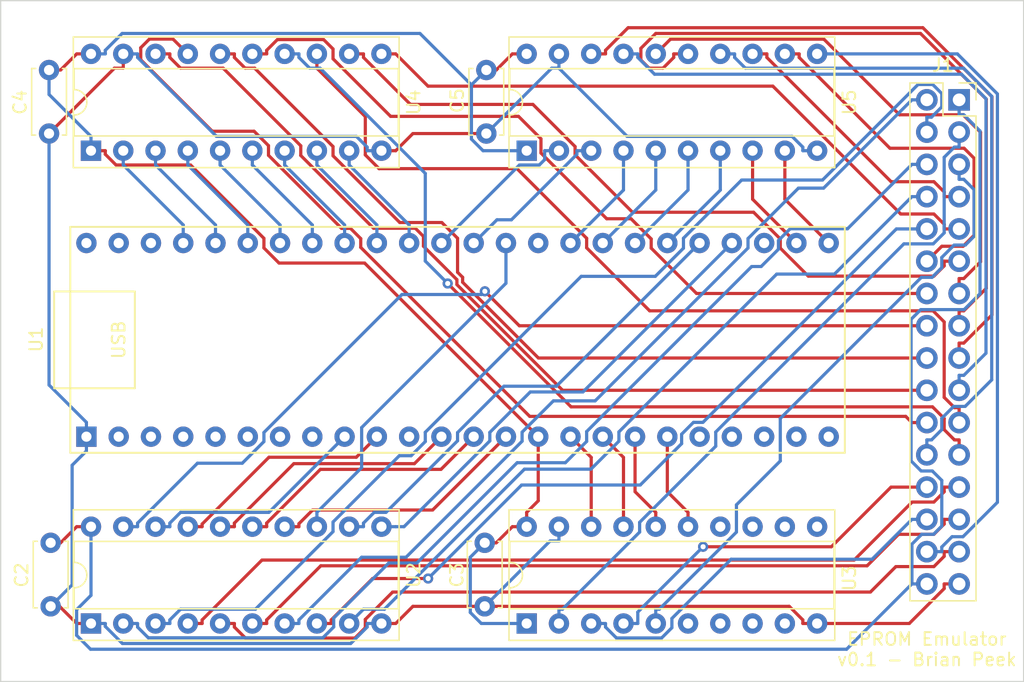
<source format=kicad_pcb>
(kicad_pcb (version 20171130) (host pcbnew "(5.1.12)-1")

  (general
    (thickness 1.6)
    (drawings 5)
    (tracks 583)
    (zones 0)
    (modules 10)
    (nets 61)
  )

  (page A)
  (title_block
    (title "EPROM Emulator")
    (date 2021-12-26)
    (rev 0.1)
    (company "Brian Peek")
  )

  (layers
    (0 F.Cu signal)
    (31 B.Cu signal)
    (32 B.Adhes user)
    (33 F.Adhes user)
    (34 B.Paste user)
    (35 F.Paste user)
    (36 B.SilkS user)
    (37 F.SilkS user)
    (38 B.Mask user)
    (39 F.Mask user)
    (40 Dwgs.User user)
    (41 Cmts.User user)
    (42 Eco1.User user)
    (43 Eco2.User user)
    (44 Edge.Cuts user)
    (45 Margin user)
    (46 B.CrtYd user)
    (47 F.CrtYd user)
    (48 B.Fab user)
    (49 F.Fab user)
  )

  (setup
    (last_trace_width 0.1524)
    (trace_clearance 0.1524)
    (zone_clearance 0.508)
    (zone_45_only no)
    (trace_min 0.1524)
    (via_size 0.6858)
    (via_drill 0.3302)
    (via_min_size 0.508)
    (via_min_drill 0.254)
    (uvia_size 0.6858)
    (uvia_drill 0.3302)
    (uvias_allowed no)
    (uvia_min_size 0.2)
    (uvia_min_drill 0.1)
    (edge_width 0.05)
    (segment_width 0.2)
    (pcb_text_width 0.3)
    (pcb_text_size 1.5 1.5)
    (mod_edge_width 0.12)
    (mod_text_size 1 1)
    (mod_text_width 0.15)
    (pad_size 1.524 1.524)
    (pad_drill 0.762)
    (pad_to_mask_clearance 0.0508)
    (aux_axis_origin 0 0)
    (visible_elements 7FFFFFFF)
    (pcbplotparams
      (layerselection 0x010fc_ffffffff)
      (usegerberextensions false)
      (usegerberattributes true)
      (usegerberadvancedattributes true)
      (creategerberjobfile true)
      (excludeedgelayer true)
      (linewidth 0.100000)
      (plotframeref false)
      (viasonmask false)
      (mode 1)
      (useauxorigin false)
      (hpglpennumber 1)
      (hpglpenspeed 20)
      (hpglpendiameter 15.000000)
      (psnegative false)
      (psa4output false)
      (plotreference true)
      (plotvalue true)
      (plotinvisibletext false)
      (padsonsilk false)
      (subtractmaskfromsilk false)
      (outputformat 1)
      (mirror false)
      (drillshape 1)
      (scaleselection 1)
      (outputdirectory ""))
  )

  (net 0 "")
  (net 1 +5V)
  (net 2 A17_5V)
  (net 3 A14_5V)
  (net 4 A13_5V)
  (net 5 A8_5V)
  (net 6 A9_5V)
  (net 7 A11_5V)
  (net 8 GND)
  (net 9 A10_5V)
  (net 10 D7_5V)
  (net 11 D6_5V)
  (net 12 D5_5V)
  (net 13 D4_5V)
  (net 14 D3_5V)
  (net 15 D2_5V)
  (net 16 D1_5V)
  (net 17 D0_5V)
  (net 18 A0_5V)
  (net 19 A1_5V)
  (net 20 A2_5V)
  (net 21 A3_5V)
  (net 22 A4_5V)
  (net 23 A5_5V)
  (net 24 A6_5V)
  (net 25 A7_5V)
  (net 26 A12_5V)
  (net 27 A15_5V)
  (net 28 A16_5V)
  (net 29 A1_3V3)
  (net 30 A16_3V3)
  (net 31 A17_3V3)
  (net 32 A0_3V3)
  (net 33 +3V3)
  (net 34 D1_3V3)
  (net 35 D6_3V3)
  (net 36 A14_3V3)
  (net 37 A15_3V3)
  (net 38 A6_3V3)
  (net 39 A7_3V3)
  (net 40 D2_3V3)
  (net 41 D0_3V3)
  (net 42 D5_3V3)
  (net 43 D7_3V3)
  (net 44 D4_3V3)
  (net 45 D3_3V3)
  (net 46 A4_3V3)
  (net 47 A5_3V3)
  (net 48 A9_3V3)
  (net 49 A8_3V3)
  (net 50 A3_3V3)
  (net 51 A2_3V3)
  (net 52 A12_3V3)
  (net 53 A13_3V3)
  (net 54 A10_3V3)
  (net 55 A11_3V3)
  (net 56 PGM_5V)
  (net 57 OE_5V)
  (net 58 CE_5V)
  (net 59 PGM_3V3)
  (net 60 CE_3V3)

  (net_class Default "This is the default net class."
    (clearance 0.1524)
    (trace_width 0.1524)
    (via_dia 0.6858)
    (via_drill 0.3302)
    (uvia_dia 0.6858)
    (uvia_drill 0.3302)
    (add_net +3V3)
    (add_net +5V)
    (add_net A0_3V3)
    (add_net A0_5V)
    (add_net A10_3V3)
    (add_net A10_5V)
    (add_net A11_3V3)
    (add_net A11_5V)
    (add_net A12_3V3)
    (add_net A12_5V)
    (add_net A13_3V3)
    (add_net A13_5V)
    (add_net A14_3V3)
    (add_net A14_5V)
    (add_net A15_3V3)
    (add_net A15_5V)
    (add_net A16_3V3)
    (add_net A16_5V)
    (add_net A17_3V3)
    (add_net A17_5V)
    (add_net A1_3V3)
    (add_net A1_5V)
    (add_net A2_3V3)
    (add_net A2_5V)
    (add_net A3_3V3)
    (add_net A3_5V)
    (add_net A4_3V3)
    (add_net A4_5V)
    (add_net A5_3V3)
    (add_net A5_5V)
    (add_net A6_3V3)
    (add_net A6_5V)
    (add_net A7_3V3)
    (add_net A7_5V)
    (add_net A8_3V3)
    (add_net A8_5V)
    (add_net A9_3V3)
    (add_net A9_5V)
    (add_net CE_3V3)
    (add_net CE_5V)
    (add_net D0_3V3)
    (add_net D0_5V)
    (add_net D1_3V3)
    (add_net D1_5V)
    (add_net D2_3V3)
    (add_net D2_5V)
    (add_net D3_3V3)
    (add_net D3_5V)
    (add_net D4_3V3)
    (add_net D4_5V)
    (add_net D5_3V3)
    (add_net D5_5V)
    (add_net D6_3V3)
    (add_net D6_5V)
    (add_net D7_3V3)
    (add_net D7_5V)
    (add_net GND)
    (add_net OE_5V)
    (add_net PGM_3V3)
    (add_net PGM_5V)
  )

  (module teensy:Teensy41 (layer F.Cu) (tedit 61C8ED26) (tstamp 61C16A7F)
    (at 178.71 64.29)
    (path /61A52DD6)
    (fp_text reference U1 (at -33.168 -0.028 270) (layer F.SilkS)
      (effects (font (size 1 1) (thickness 0.15)))
    )
    (fp_text value Teensy4.1 (at 0 10.16) (layer F.Fab)
      (effects (font (size 1 1) (thickness 0.15)))
    )
    (fp_line (start -30.48 3.81) (end -31.75 3.81) (layer F.SilkS) (width 0.15))
    (fp_line (start -31.75 3.81) (end -31.75 -3.81) (layer F.SilkS) (width 0.15))
    (fp_line (start -31.75 -3.81) (end -30.48 -3.81) (layer F.SilkS) (width 0.15))
    (fp_line (start -25.4 3.81) (end -25.4 -3.81) (layer F.SilkS) (width 0.15))
    (fp_line (start -25.4 -3.81) (end -30.48 -3.81) (layer F.SilkS) (width 0.15))
    (fp_line (start -25.4 3.81) (end -30.48 3.81) (layer F.SilkS) (width 0.15))
    (fp_line (start -30.48 -8.89) (end 30.48 -8.89) (layer F.SilkS) (width 0.15))
    (fp_line (start 30.48 -8.89) (end 30.48 8.89) (layer F.SilkS) (width 0.15))
    (fp_line (start 30.48 8.89) (end -30.48 8.89) (layer F.SilkS) (width 0.15))
    (fp_line (start -30.48 8.89) (end -30.48 -8.89) (layer F.SilkS) (width 0.15))
    (fp_text user USB (at -26.67 0 270) (layer F.SilkS)
      (effects (font (size 1 1) (thickness 0.15)))
    )
    (pad 17 thru_hole circle (at 11.43 7.62) (size 1.6 1.6) (drill 0.8) (layers *.Cu *.Mask)
      (net 31 A17_3V3))
    (pad 18 thru_hole circle (at 13.97 7.62) (size 1.6 1.6) (drill 0.8) (layers *.Cu *.Mask)
      (net 36 A14_3V3))
    (pad 19 thru_hole circle (at 16.51 7.62) (size 1.6 1.6) (drill 0.8) (layers *.Cu *.Mask)
      (net 37 A15_3V3))
    (pad 20 thru_hole circle (at 19.05 7.62) (size 1.6 1.6) (drill 0.8) (layers *.Cu *.Mask))
    (pad 16 thru_hole circle (at 8.89 7.62) (size 1.6 1.6) (drill 0.8) (layers *.Cu *.Mask)
      (net 30 A16_3V3))
    (pad 15 thru_hole circle (at 6.35 7.62) (size 1.6 1.6) (drill 0.8) (layers *.Cu *.Mask)
      (net 33 +3V3))
    (pad 14 thru_hole circle (at 3.81 7.62) (size 1.6 1.6) (drill 0.8) (layers *.Cu *.Mask)
      (net 34 D1_3V3))
    (pad 21 thru_hole circle (at 21.59 7.62) (size 1.6 1.6) (drill 0.8) (layers *.Cu *.Mask))
    (pad 22 thru_hole circle (at 24.13 7.62) (size 1.6 1.6) (drill 0.8) (layers *.Cu *.Mask))
    (pad 23 thru_hole circle (at 26.67 7.62) (size 1.6 1.6) (drill 0.8) (layers *.Cu *.Mask))
    (pad 24 thru_hole circle (at 29.21 7.62) (size 1.6 1.6) (drill 0.8) (layers *.Cu *.Mask))
    (pad 25 thru_hole circle (at 29.21 -7.62) (size 1.6 1.6) (drill 0.8) (layers *.Cu *.Mask)
      (net 59 PGM_3V3))
    (pad 26 thru_hole circle (at 26.67 -7.62) (size 1.6 1.6) (drill 0.8) (layers *.Cu *.Mask)
      (net 60 CE_3V3))
    (pad 27 thru_hole circle (at 24.13 -7.62) (size 1.6 1.6) (drill 0.8) (layers *.Cu *.Mask))
    (pad 28 thru_hole circle (at 21.59 -7.62) (size 1.6 1.6) (drill 0.8) (layers *.Cu *.Mask)
      (net 35 D6_3V3))
    (pad 29 thru_hole circle (at 19.05 -7.62) (size 1.6 1.6) (drill 0.8) (layers *.Cu *.Mask)
      (net 43 D7_3V3))
    (pad 30 thru_hole circle (at 16.51 -7.62) (size 1.6 1.6) (drill 0.8) (layers *.Cu *.Mask)
      (net 52 A12_3V3))
    (pad 31 thru_hole circle (at 13.97 -7.62) (size 1.6 1.6) (drill 0.8) (layers *.Cu *.Mask)
      (net 53 A13_3V3))
    (pad 32 thru_hole circle (at 11.43 -7.62) (size 1.6 1.6) (drill 0.8) (layers *.Cu *.Mask)
      (net 46 A4_3V3))
    (pad 33 thru_hole circle (at 8.89 -7.62) (size 1.6 1.6) (drill 0.8) (layers *.Cu *.Mask)
      (net 47 A5_3V3))
    (pad 34 thru_hole circle (at 6.35 -7.62) (size 1.6 1.6) (drill 0.8) (layers *.Cu *.Mask))
    (pad 13 thru_hole circle (at 1.27 7.62) (size 1.6 1.6) (drill 0.8) (layers *.Cu *.Mask)
      (net 40 D2_3V3))
    (pad 12 thru_hole circle (at -1.27 7.62) (size 1.6 1.6) (drill 0.8) (layers *.Cu *.Mask)
      (net 41 D0_3V3))
    (pad 11 thru_hole circle (at -3.81 7.62) (size 1.6 1.6) (drill 0.8) (layers *.Cu *.Mask))
    (pad 10 thru_hole circle (at -6.35 7.62) (size 1.6 1.6) (drill 0.8) (layers *.Cu *.Mask)
      (net 44 D4_3V3))
    (pad 9 thru_hole circle (at -8.89 7.62) (size 1.6 1.6) (drill 0.8) (layers *.Cu *.Mask)
      (net 42 D5_3V3))
    (pad 8 thru_hole circle (at -11.43 7.62) (size 1.6 1.6) (drill 0.8) (layers *.Cu *.Mask))
    (pad 7 thru_hole circle (at -13.97 7.62) (size 1.6 1.6) (drill 0.8) (layers *.Cu *.Mask))
    (pad 6 thru_hole circle (at -16.51 7.62) (size 1.6 1.6) (drill 0.8) (layers *.Cu *.Mask))
    (pad 5 thru_hole circle (at -19.05 7.62) (size 1.6 1.6) (drill 0.8) (layers *.Cu *.Mask))
    (pad 4 thru_hole circle (at -21.59 7.62) (size 1.6 1.6) (drill 0.8) (layers *.Cu *.Mask))
    (pad 3 thru_hole circle (at -24.13 7.62) (size 1.6 1.6) (drill 0.8) (layers *.Cu *.Mask))
    (pad 2 thru_hole circle (at -26.67 7.62) (size 1.6 1.6) (drill 0.8) (layers *.Cu *.Mask))
    (pad 1 thru_hole rect (at -29.21 7.62) (size 1.6 1.6) (drill 0.8) (layers *.Cu *.Mask)
      (net 8 GND))
    (pad 35 thru_hole circle (at 3.81 -7.62) (size 1.6 1.6) (drill 0.8) (layers *.Cu *.Mask)
      (net 45 D3_3V3))
    (pad 36 thru_hole circle (at 1.27 -7.62) (size 1.6 1.6) (drill 0.8) (layers *.Cu *.Mask)
      (net 51 A2_3V3))
    (pad 37 thru_hole circle (at -1.27 -7.62) (size 1.6 1.6) (drill 0.8) (layers *.Cu *.Mask)
      (net 50 A3_3V3))
    (pad 38 thru_hole circle (at -3.81 -7.62) (size 1.6 1.6) (drill 0.8) (layers *.Cu *.Mask)
      (net 39 A7_3V3))
    (pad 39 thru_hole circle (at -6.35 -7.62) (size 1.6 1.6) (drill 0.8) (layers *.Cu *.Mask)
      (net 38 A6_3V3))
    (pad 40 thru_hole circle (at -8.89 -7.62) (size 1.6 1.6) (drill 0.8) (layers *.Cu *.Mask)
      (net 29 A1_3V3))
    (pad 41 thru_hole circle (at -11.43 -7.62) (size 1.6 1.6) (drill 0.8) (layers *.Cu *.Mask)
      (net 32 A0_3V3))
    (pad 42 thru_hole circle (at -13.97 -7.62) (size 1.6 1.6) (drill 0.8) (layers *.Cu *.Mask)
      (net 54 A10_3V3))
    (pad 43 thru_hole circle (at -16.51 -7.62) (size 1.6 1.6) (drill 0.8) (layers *.Cu *.Mask)
      (net 55 A11_3V3))
    (pad 44 thru_hole circle (at -19.05 -7.62) (size 1.6 1.6) (drill 0.8) (layers *.Cu *.Mask)
      (net 49 A8_3V3))
    (pad 45 thru_hole circle (at -21.59 -7.62) (size 1.6 1.6) (drill 0.8) (layers *.Cu *.Mask)
      (net 48 A9_3V3))
    (pad 46 thru_hole circle (at -24.13 -7.62) (size 1.6 1.6) (drill 0.8) (layers *.Cu *.Mask))
    (pad 47 thru_hole circle (at -26.67 -7.62) (size 1.6 1.6) (drill 0.8) (layers *.Cu *.Mask))
    (pad 48 thru_hole circle (at -29.21 -7.62) (size 1.6 1.6) (drill 0.8) (layers *.Cu *.Mask))
    (model ${KICAD_USER_DIR}/teensy.pretty/Teensy_4.1_Assembly.STEP
      (offset (xyz 0 0 0.762))
      (scale (xyz 1 1 1))
      (rotate (xyz 0 0 0))
    )
    (model ${KISYS3DMOD}/Connector_PinSocket_2.54mm.3dshapes/PinSocket_1x24_P2.54mm_Vertical.wrl
      (offset (xyz 29.21 7.62 0))
      (scale (xyz 1 1 1))
      (rotate (xyz 0 0 90))
    )
    (model ${KISYS3DMOD}/Connector_PinSocket_2.54mm.3dshapes/PinSocket_1x24_P2.54mm_Vertical.wrl
      (offset (xyz 29.21 -7.62 0))
      (scale (xyz 1 1 1))
      (rotate (xyz 0 0 90))
    )
  )

  (module Connector_PinHeader_2.54mm:PinHeader_2x16_P2.54mm_Vertical (layer F.Cu) (tedit 61C8EB6E) (tstamp 61C53D5D)
    (at 215.646 45.4)
    (descr "Through hole straight pin header, 2x16, 2.54mm pitch, double rows")
    (tags "Through hole pin header THT 2x16 2.54mm double row")
    (path /61A9BE2D)
    (fp_text reference J1 (at 1.27 -2.728) (layer F.SilkS)
      (effects (font (size 1 1) (thickness 0.15)))
    )
    (fp_text value "EPROM Connector" (at 5.842 19.05 90) (layer F.Fab)
      (effects (font (size 1 1) (thickness 0.15)))
    )
    (fp_text user %R (at 1.27 19.05 90) (layer F.Fab)
      (effects (font (size 1 1) (thickness 0.15)))
    )
    (fp_line (start -1.81 -1.8) (end 4.34 -1.8) (layer F.CrtYd) (width 0.05))
    (fp_line (start -1.81 39.9) (end -1.81 -1.8) (layer F.CrtYd) (width 0.05))
    (fp_line (start 4.34 39.9) (end -1.81 39.9) (layer F.CrtYd) (width 0.05))
    (fp_line (start 4.34 -1.8) (end 4.34 39.9) (layer F.CrtYd) (width 0.05))
    (fp_line (start 3.87 -1.33) (end 2.54 -1.33) (layer F.SilkS) (width 0.12))
    (fp_line (start 3.87 0) (end 3.87 -1.33) (layer F.SilkS) (width 0.12))
    (fp_line (start 1.27 -1.33) (end -1.33 -1.33) (layer F.SilkS) (width 0.12))
    (fp_line (start 1.27 1.27) (end 1.27 -1.33) (layer F.SilkS) (width 0.12))
    (fp_line (start 3.87 1.27) (end 1.27 1.27) (layer F.SilkS) (width 0.12))
    (fp_line (start -1.33 -1.33) (end -1.33 39.43) (layer F.SilkS) (width 0.12))
    (fp_line (start 3.87 1.27) (end 3.87 39.43) (layer F.SilkS) (width 0.12))
    (fp_line (start 3.87 39.43) (end -1.33 39.43) (layer F.SilkS) (width 0.12))
    (fp_line (start 3.81 0) (end 2.54 -1.27) (layer F.Fab) (width 0.1))
    (fp_line (start 3.81 39.37) (end 3.81 0) (layer F.Fab) (width 0.1))
    (fp_line (start -1.27 39.37) (end 3.81 39.37) (layer F.Fab) (width 0.1))
    (fp_line (start -1.27 -1.27) (end -1.27 39.37) (layer F.Fab) (width 0.1))
    (fp_line (start 2.54 -1.27) (end -1.27 -1.27) (layer F.Fab) (width 0.1))
    (pad 1 thru_hole rect (at 2.54 0) (size 1.7 1.7) (drill 1) (layers *.Cu *.Mask)
      (net 1 +5V))
    (pad 17 thru_hole oval (at 0 0) (size 1.7 1.7) (drill 1) (layers *.Cu *.Mask)
      (net 14 D3_5V))
    (pad 2 thru_hole oval (at 2.54 2.54) (size 1.7 1.7) (drill 1) (layers *.Cu *.Mask)
      (net 28 A16_5V))
    (pad 18 thru_hole oval (at 0 2.54) (size 1.7 1.7) (drill 1) (layers *.Cu *.Mask)
      (net 13 D4_5V))
    (pad 3 thru_hole oval (at 2.54 5.08) (size 1.7 1.7) (drill 1) (layers *.Cu *.Mask)
      (net 27 A15_5V))
    (pad 19 thru_hole oval (at 0 5.08) (size 1.7 1.7) (drill 1) (layers *.Cu *.Mask)
      (net 12 D5_5V))
    (pad 4 thru_hole oval (at 2.54 7.62) (size 1.7 1.7) (drill 1) (layers *.Cu *.Mask)
      (net 26 A12_5V))
    (pad 20 thru_hole oval (at 0 7.62) (size 1.7 1.7) (drill 1) (layers *.Cu *.Mask)
      (net 11 D6_5V))
    (pad 5 thru_hole oval (at 2.54 10.16) (size 1.7 1.7) (drill 1) (layers *.Cu *.Mask)
      (net 25 A7_5V))
    (pad 21 thru_hole oval (at 0 10.16) (size 1.7 1.7) (drill 1) (layers *.Cu *.Mask)
      (net 10 D7_5V))
    (pad 6 thru_hole oval (at 2.54 12.7) (size 1.7 1.7) (drill 1) (layers *.Cu *.Mask)
      (net 24 A6_5V))
    (pad 22 thru_hole oval (at 0 12.7) (size 1.7 1.7) (drill 1) (layers *.Cu *.Mask)
      (net 58 CE_5V))
    (pad 7 thru_hole oval (at 2.54 15.24) (size 1.7 1.7) (drill 1) (layers *.Cu *.Mask)
      (net 23 A5_5V))
    (pad 23 thru_hole oval (at 0 15.24) (size 1.7 1.7) (drill 1) (layers *.Cu *.Mask)
      (net 9 A10_5V))
    (pad 8 thru_hole oval (at 2.54 17.78) (size 1.7 1.7) (drill 1) (layers *.Cu *.Mask)
      (net 22 A4_5V))
    (pad 24 thru_hole oval (at 0 17.78) (size 1.7 1.7) (drill 1) (layers *.Cu *.Mask)
      (net 57 OE_5V))
    (pad 9 thru_hole oval (at 2.54 20.32) (size 1.7 1.7) (drill 1) (layers *.Cu *.Mask)
      (net 21 A3_5V))
    (pad 25 thru_hole oval (at 0 20.32) (size 1.7 1.7) (drill 1) (layers *.Cu *.Mask)
      (net 7 A11_5V))
    (pad 10 thru_hole oval (at 2.54 22.86) (size 1.7 1.7) (drill 1) (layers *.Cu *.Mask)
      (net 20 A2_5V))
    (pad 26 thru_hole oval (at 0 22.86) (size 1.7 1.7) (drill 1) (layers *.Cu *.Mask)
      (net 6 A9_5V))
    (pad 11 thru_hole oval (at 2.54 25.4) (size 1.7 1.7) (drill 1) (layers *.Cu *.Mask)
      (net 19 A1_5V))
    (pad 27 thru_hole oval (at 0 25.4) (size 1.7 1.7) (drill 1) (layers *.Cu *.Mask)
      (net 5 A8_5V))
    (pad 12 thru_hole oval (at 2.54 27.94) (size 1.7 1.7) (drill 1) (layers *.Cu *.Mask)
      (net 18 A0_5V))
    (pad 28 thru_hole oval (at 0 27.94) (size 1.7 1.7) (drill 1) (layers *.Cu *.Mask)
      (net 4 A13_5V))
    (pad 13 thru_hole oval (at 2.54 30.48) (size 1.7 1.7) (drill 1) (layers *.Cu *.Mask)
      (net 17 D0_5V))
    (pad 29 thru_hole oval (at 0 30.48) (size 1.7 1.7) (drill 1) (layers *.Cu *.Mask)
      (net 3 A14_5V))
    (pad 14 thru_hole oval (at 2.54 33.02) (size 1.7 1.7) (drill 1) (layers *.Cu *.Mask)
      (net 16 D1_5V))
    (pad 30 thru_hole oval (at 0 33.02) (size 1.7 1.7) (drill 1) (layers *.Cu *.Mask)
      (net 2 A17_5V))
    (pad 15 thru_hole oval (at 2.54 35.56) (size 1.7 1.7) (drill 1) (layers *.Cu *.Mask)
      (net 15 D2_5V))
    (pad 31 thru_hole oval (at 0 35.56) (size 1.7 1.7) (drill 1) (layers *.Cu *.Mask)
      (net 56 PGM_5V))
    (pad 16 thru_hole oval (at 2.54 38.1) (size 1.7 1.7) (drill 1) (layers *.Cu *.Mask)
      (net 8 GND))
    (pad 32 thru_hole oval (at 0 38.1) (size 1.7 1.7) (drill 1) (layers *.Cu *.Mask)
      (net 1 +5V))
    (model ${KISYS3DMOD}/Connector_PinHeader_2.54mm.3dshapes/PinHeader_2x16_P2.54mm_Vertical.wrl
      (at (xyz 0 0 0))
      (scale (xyz 1 1 1))
      (rotate (xyz 0 0 0))
    )
  )

  (module Package_DIP:DIP-20_W7.62mm_Socket (layer F.Cu) (tedit 5A02E8C5) (tstamp 61C54433)
    (at 184.15 49.403 90)
    (descr "20-lead though-hole mounted DIP package, row spacing 7.62 mm (300 mils), Socket")
    (tags "THT DIP DIL PDIP 2.54mm 7.62mm 300mil Socket")
    (path /61C0D6BD)
    (fp_text reference U5 (at 3.81 25.4 90) (layer F.SilkS)
      (effects (font (size 1 1) (thickness 0.15)))
    )
    (fp_text value 74HC245 (at 10.033 11.43) (layer F.Fab)
      (effects (font (size 1 1) (thickness 0.15)))
    )
    (fp_text user %R (at 3.81 11.43 90) (layer F.Fab)
      (effects (font (size 1 1) (thickness 0.15)))
    )
    (fp_arc (start 3.81 -1.33) (end 2.81 -1.33) (angle -180) (layer F.SilkS) (width 0.12))
    (fp_line (start 1.635 -1.27) (end 6.985 -1.27) (layer F.Fab) (width 0.1))
    (fp_line (start 6.985 -1.27) (end 6.985 24.13) (layer F.Fab) (width 0.1))
    (fp_line (start 6.985 24.13) (end 0.635 24.13) (layer F.Fab) (width 0.1))
    (fp_line (start 0.635 24.13) (end 0.635 -0.27) (layer F.Fab) (width 0.1))
    (fp_line (start 0.635 -0.27) (end 1.635 -1.27) (layer F.Fab) (width 0.1))
    (fp_line (start -1.27 -1.33) (end -1.27 24.19) (layer F.Fab) (width 0.1))
    (fp_line (start -1.27 24.19) (end 8.89 24.19) (layer F.Fab) (width 0.1))
    (fp_line (start 8.89 24.19) (end 8.89 -1.33) (layer F.Fab) (width 0.1))
    (fp_line (start 8.89 -1.33) (end -1.27 -1.33) (layer F.Fab) (width 0.1))
    (fp_line (start 2.81 -1.33) (end 1.16 -1.33) (layer F.SilkS) (width 0.12))
    (fp_line (start 1.16 -1.33) (end 1.16 24.19) (layer F.SilkS) (width 0.12))
    (fp_line (start 1.16 24.19) (end 6.46 24.19) (layer F.SilkS) (width 0.12))
    (fp_line (start 6.46 24.19) (end 6.46 -1.33) (layer F.SilkS) (width 0.12))
    (fp_line (start 6.46 -1.33) (end 4.81 -1.33) (layer F.SilkS) (width 0.12))
    (fp_line (start -1.33 -1.39) (end -1.33 24.25) (layer F.SilkS) (width 0.12))
    (fp_line (start -1.33 24.25) (end 8.95 24.25) (layer F.SilkS) (width 0.12))
    (fp_line (start 8.95 24.25) (end 8.95 -1.39) (layer F.SilkS) (width 0.12))
    (fp_line (start 8.95 -1.39) (end -1.33 -1.39) (layer F.SilkS) (width 0.12))
    (fp_line (start -1.55 -1.6) (end -1.55 24.45) (layer F.CrtYd) (width 0.05))
    (fp_line (start -1.55 24.45) (end 9.15 24.45) (layer F.CrtYd) (width 0.05))
    (fp_line (start 9.15 24.45) (end 9.15 -1.6) (layer F.CrtYd) (width 0.05))
    (fp_line (start 9.15 -1.6) (end -1.55 -1.6) (layer F.CrtYd) (width 0.05))
    (pad 20 thru_hole oval (at 7.62 0 90) (size 1.6 1.6) (drill 0.8) (layers *.Cu *.Mask)
      (net 33 +3V3))
    (pad 10 thru_hole oval (at 0 22.86 90) (size 1.6 1.6) (drill 0.8) (layers *.Cu *.Mask)
      (net 8 GND))
    (pad 19 thru_hole oval (at 7.62 2.54 90) (size 1.6 1.6) (drill 0.8) (layers *.Cu *.Mask)
      (net 8 GND))
    (pad 9 thru_hole oval (at 0 20.32 90) (size 1.6 1.6) (drill 0.8) (layers *.Cu *.Mask)
      (net 59 PGM_3V3))
    (pad 18 thru_hole oval (at 7.62 5.08 90) (size 1.6 1.6) (drill 0.8) (layers *.Cu *.Mask)
      (net 21 A3_5V))
    (pad 8 thru_hole oval (at 0 17.78 90) (size 1.6 1.6) (drill 0.8) (layers *.Cu *.Mask)
      (net 60 CE_3V3))
    (pad 17 thru_hole oval (at 7.62 7.62 90) (size 1.6 1.6) (drill 0.8) (layers *.Cu *.Mask)
      (net 20 A2_5V))
    (pad 7 thru_hole oval (at 0 15.24 90) (size 1.6 1.6) (drill 0.8) (layers *.Cu *.Mask)
      (net 52 A12_3V3))
    (pad 16 thru_hole oval (at 7.62 10.16 90) (size 1.6 1.6) (drill 0.8) (layers *.Cu *.Mask)
      (net 23 A5_5V))
    (pad 6 thru_hole oval (at 0 12.7 90) (size 1.6 1.6) (drill 0.8) (layers *.Cu *.Mask)
      (net 53 A13_3V3))
    (pad 15 thru_hole oval (at 7.62 12.7 90) (size 1.6 1.6) (drill 0.8) (layers *.Cu *.Mask)
      (net 22 A4_5V))
    (pad 5 thru_hole oval (at 0 10.16 90) (size 1.6 1.6) (drill 0.8) (layers *.Cu *.Mask)
      (net 46 A4_3V3))
    (pad 14 thru_hole oval (at 7.62 15.24 90) (size 1.6 1.6) (drill 0.8) (layers *.Cu *.Mask)
      (net 4 A13_5V))
    (pad 4 thru_hole oval (at 0 7.62 90) (size 1.6 1.6) (drill 0.8) (layers *.Cu *.Mask)
      (net 47 A5_3V3))
    (pad 13 thru_hole oval (at 7.62 17.78 90) (size 1.6 1.6) (drill 0.8) (layers *.Cu *.Mask)
      (net 26 A12_5V))
    (pad 3 thru_hole oval (at 0 5.08 90) (size 1.6 1.6) (drill 0.8) (layers *.Cu *.Mask)
      (net 51 A2_3V3))
    (pad 12 thru_hole oval (at 7.62 20.32 90) (size 1.6 1.6) (drill 0.8) (layers *.Cu *.Mask)
      (net 58 CE_5V))
    (pad 2 thru_hole oval (at 0 2.54 90) (size 1.6 1.6) (drill 0.8) (layers *.Cu *.Mask)
      (net 50 A3_3V3))
    (pad 11 thru_hole oval (at 7.62 22.86 90) (size 1.6 1.6) (drill 0.8) (layers *.Cu *.Mask)
      (net 56 PGM_5V))
    (pad 1 thru_hole rect (at 0 0 90) (size 1.6 1.6) (drill 0.8) (layers *.Cu *.Mask)
      (net 33 +3V3))
    (model ${KISYS3DMOD}/Package_DIP.3dshapes/DIP-20_W7.62mm.wrl
      (at (xyz 0 0 0))
      (scale (xyz 1 1 1))
      (rotate (xyz 0 0 0))
    )
  )

  (module Package_DIP:DIP-20_W7.62mm_Socket (layer F.Cu) (tedit 5A02E8C5) (tstamp 61C53E55)
    (at 149.86 49.403 90)
    (descr "20-lead though-hole mounted DIP package, row spacing 7.62 mm (300 mils), Socket")
    (tags "THT DIP DIL PDIP 2.54mm 7.62mm 300mil Socket")
    (path /61C0A79A)
    (fp_text reference U4 (at 3.81 25.4 90) (layer F.SilkS)
      (effects (font (size 1 1) (thickness 0.15)))
    )
    (fp_text value 74HC245 (at 10.033 11.176) (layer F.Fab)
      (effects (font (size 1 1) (thickness 0.15)))
    )
    (fp_text user %R (at 3.81 11.43 90) (layer F.Fab)
      (effects (font (size 1 1) (thickness 0.15)))
    )
    (fp_arc (start 3.81 -1.33) (end 2.81 -1.33) (angle -180) (layer F.SilkS) (width 0.12))
    (fp_line (start 1.635 -1.27) (end 6.985 -1.27) (layer F.Fab) (width 0.1))
    (fp_line (start 6.985 -1.27) (end 6.985 24.13) (layer F.Fab) (width 0.1))
    (fp_line (start 6.985 24.13) (end 0.635 24.13) (layer F.Fab) (width 0.1))
    (fp_line (start 0.635 24.13) (end 0.635 -0.27) (layer F.Fab) (width 0.1))
    (fp_line (start 0.635 -0.27) (end 1.635 -1.27) (layer F.Fab) (width 0.1))
    (fp_line (start -1.27 -1.33) (end -1.27 24.19) (layer F.Fab) (width 0.1))
    (fp_line (start -1.27 24.19) (end 8.89 24.19) (layer F.Fab) (width 0.1))
    (fp_line (start 8.89 24.19) (end 8.89 -1.33) (layer F.Fab) (width 0.1))
    (fp_line (start 8.89 -1.33) (end -1.27 -1.33) (layer F.Fab) (width 0.1))
    (fp_line (start 2.81 -1.33) (end 1.16 -1.33) (layer F.SilkS) (width 0.12))
    (fp_line (start 1.16 -1.33) (end 1.16 24.19) (layer F.SilkS) (width 0.12))
    (fp_line (start 1.16 24.19) (end 6.46 24.19) (layer F.SilkS) (width 0.12))
    (fp_line (start 6.46 24.19) (end 6.46 -1.33) (layer F.SilkS) (width 0.12))
    (fp_line (start 6.46 -1.33) (end 4.81 -1.33) (layer F.SilkS) (width 0.12))
    (fp_line (start -1.33 -1.39) (end -1.33 24.25) (layer F.SilkS) (width 0.12))
    (fp_line (start -1.33 24.25) (end 8.95 24.25) (layer F.SilkS) (width 0.12))
    (fp_line (start 8.95 24.25) (end 8.95 -1.39) (layer F.SilkS) (width 0.12))
    (fp_line (start 8.95 -1.39) (end -1.33 -1.39) (layer F.SilkS) (width 0.12))
    (fp_line (start -1.55 -1.6) (end -1.55 24.45) (layer F.CrtYd) (width 0.05))
    (fp_line (start -1.55 24.45) (end 9.15 24.45) (layer F.CrtYd) (width 0.05))
    (fp_line (start 9.15 24.45) (end 9.15 -1.6) (layer F.CrtYd) (width 0.05))
    (fp_line (start 9.15 -1.6) (end -1.55 -1.6) (layer F.CrtYd) (width 0.05))
    (pad 20 thru_hole oval (at 7.62 0 90) (size 1.6 1.6) (drill 0.8) (layers *.Cu *.Mask)
      (net 33 +3V3))
    (pad 10 thru_hole oval (at 0 22.86 90) (size 1.6 1.6) (drill 0.8) (layers *.Cu *.Mask)
      (net 8 GND))
    (pad 19 thru_hole oval (at 7.62 2.54 90) (size 1.6 1.6) (drill 0.8) (layers *.Cu *.Mask)
      (net 8 GND))
    (pad 9 thru_hole oval (at 0 20.32 90) (size 1.6 1.6) (drill 0.8) (layers *.Cu *.Mask)
      (net 39 A7_3V3))
    (pad 18 thru_hole oval (at 7.62 5.08 90) (size 1.6 1.6) (drill 0.8) (layers *.Cu *.Mask)
      (net 6 A9_5V))
    (pad 8 thru_hole oval (at 0 17.78 90) (size 1.6 1.6) (drill 0.8) (layers *.Cu *.Mask)
      (net 38 A6_3V3))
    (pad 17 thru_hole oval (at 7.62 7.62 90) (size 1.6 1.6) (drill 0.8) (layers *.Cu *.Mask)
      (net 5 A8_5V))
    (pad 7 thru_hole oval (at 0 15.24 90) (size 1.6 1.6) (drill 0.8) (layers *.Cu *.Mask)
      (net 29 A1_3V3))
    (pad 16 thru_hole oval (at 7.62 10.16 90) (size 1.6 1.6) (drill 0.8) (layers *.Cu *.Mask)
      (net 7 A11_5V))
    (pad 6 thru_hole oval (at 0 12.7 90) (size 1.6 1.6) (drill 0.8) (layers *.Cu *.Mask)
      (net 32 A0_3V3))
    (pad 15 thru_hole oval (at 7.62 12.7 90) (size 1.6 1.6) (drill 0.8) (layers *.Cu *.Mask)
      (net 9 A10_5V))
    (pad 5 thru_hole oval (at 0 10.16 90) (size 1.6 1.6) (drill 0.8) (layers *.Cu *.Mask)
      (net 54 A10_3V3))
    (pad 14 thru_hole oval (at 7.62 15.24 90) (size 1.6 1.6) (drill 0.8) (layers *.Cu *.Mask)
      (net 18 A0_5V))
    (pad 4 thru_hole oval (at 0 7.62 90) (size 1.6 1.6) (drill 0.8) (layers *.Cu *.Mask)
      (net 55 A11_3V3))
    (pad 13 thru_hole oval (at 7.62 17.78 90) (size 1.6 1.6) (drill 0.8) (layers *.Cu *.Mask)
      (net 19 A1_5V))
    (pad 3 thru_hole oval (at 0 5.08 90) (size 1.6 1.6) (drill 0.8) (layers *.Cu *.Mask)
      (net 49 A8_3V3))
    (pad 12 thru_hole oval (at 7.62 20.32 90) (size 1.6 1.6) (drill 0.8) (layers *.Cu *.Mask)
      (net 24 A6_5V))
    (pad 2 thru_hole oval (at 0 2.54 90) (size 1.6 1.6) (drill 0.8) (layers *.Cu *.Mask)
      (net 48 A9_3V3))
    (pad 11 thru_hole oval (at 7.62 22.86 90) (size 1.6 1.6) (drill 0.8) (layers *.Cu *.Mask)
      (net 25 A7_5V))
    (pad 1 thru_hole rect (at 0 0 90) (size 1.6 1.6) (drill 0.8) (layers *.Cu *.Mask)
      (net 33 +3V3))
    (model ${KISYS3DMOD}/Package_DIP.3dshapes/DIP-20_W7.62mm.wrl
      (at (xyz 0 0 0))
      (scale (xyz 1 1 1))
      (rotate (xyz 0 0 0))
    )
  )

  (module Package_DIP:DIP-20_W7.62mm_Socket (layer F.Cu) (tedit 5A02E8C5) (tstamp 61C4F4BB)
    (at 184.15 86.614 90)
    (descr "20-lead though-hole mounted DIP package, row spacing 7.62 mm (300 mils), Socket")
    (tags "THT DIP DIL PDIP 2.54mm 7.62mm 300mil Socket")
    (path /61C044A4)
    (fp_text reference U3 (at 3.556 25.4 90) (layer F.SilkS)
      (effects (font (size 1 1) (thickness 0.15)))
    )
    (fp_text value 74HC245 (at -2.54 11.43 180) (layer F.Fab)
      (effects (font (size 1 1) (thickness 0.15)))
    )
    (fp_line (start 9.15 -1.6) (end -1.55 -1.6) (layer F.CrtYd) (width 0.05))
    (fp_line (start 9.15 24.45) (end 9.15 -1.6) (layer F.CrtYd) (width 0.05))
    (fp_line (start -1.55 24.45) (end 9.15 24.45) (layer F.CrtYd) (width 0.05))
    (fp_line (start -1.55 -1.6) (end -1.55 24.45) (layer F.CrtYd) (width 0.05))
    (fp_line (start 8.95 -1.39) (end -1.33 -1.39) (layer F.SilkS) (width 0.12))
    (fp_line (start 8.95 24.25) (end 8.95 -1.39) (layer F.SilkS) (width 0.12))
    (fp_line (start -1.33 24.25) (end 8.95 24.25) (layer F.SilkS) (width 0.12))
    (fp_line (start -1.33 -1.39) (end -1.33 24.25) (layer F.SilkS) (width 0.12))
    (fp_line (start 6.46 -1.33) (end 4.81 -1.33) (layer F.SilkS) (width 0.12))
    (fp_line (start 6.46 24.19) (end 6.46 -1.33) (layer F.SilkS) (width 0.12))
    (fp_line (start 1.16 24.19) (end 6.46 24.19) (layer F.SilkS) (width 0.12))
    (fp_line (start 1.16 -1.33) (end 1.16 24.19) (layer F.SilkS) (width 0.12))
    (fp_line (start 2.81 -1.33) (end 1.16 -1.33) (layer F.SilkS) (width 0.12))
    (fp_line (start 8.89 -1.33) (end -1.27 -1.33) (layer F.Fab) (width 0.1))
    (fp_line (start 8.89 24.19) (end 8.89 -1.33) (layer F.Fab) (width 0.1))
    (fp_line (start -1.27 24.19) (end 8.89 24.19) (layer F.Fab) (width 0.1))
    (fp_line (start -1.27 -1.33) (end -1.27 24.19) (layer F.Fab) (width 0.1))
    (fp_line (start 0.635 -0.27) (end 1.635 -1.27) (layer F.Fab) (width 0.1))
    (fp_line (start 0.635 24.13) (end 0.635 -0.27) (layer F.Fab) (width 0.1))
    (fp_line (start 6.985 24.13) (end 0.635 24.13) (layer F.Fab) (width 0.1))
    (fp_line (start 6.985 -1.27) (end 6.985 24.13) (layer F.Fab) (width 0.1))
    (fp_line (start 1.635 -1.27) (end 6.985 -1.27) (layer F.Fab) (width 0.1))
    (fp_arc (start 3.81 -1.33) (end 2.81 -1.33) (angle -180) (layer F.SilkS) (width 0.12))
    (fp_text user %R (at 3.81 11.43 90) (layer F.Fab)
      (effects (font (size 1 1) (thickness 0.15)))
    )
    (pad 1 thru_hole rect (at 0 0 90) (size 1.6 1.6) (drill 0.8) (layers *.Cu *.Mask)
      (net 33 +3V3))
    (pad 11 thru_hole oval (at 7.62 22.86 90) (size 1.6 1.6) (drill 0.8) (layers *.Cu *.Mask))
    (pad 2 thru_hole oval (at 0 2.54 90) (size 1.6 1.6) (drill 0.8) (layers *.Cu *.Mask)
      (net 28 A16_5V))
    (pad 12 thru_hole oval (at 7.62 20.32 90) (size 1.6 1.6) (drill 0.8) (layers *.Cu *.Mask))
    (pad 3 thru_hole oval (at 0 5.08 90) (size 1.6 1.6) (drill 0.8) (layers *.Cu *.Mask)
      (net 2 A17_5V))
    (pad 13 thru_hole oval (at 7.62 17.78 90) (size 1.6 1.6) (drill 0.8) (layers *.Cu *.Mask))
    (pad 4 thru_hole oval (at 0 7.62 90) (size 1.6 1.6) (drill 0.8) (layers *.Cu *.Mask)
      (net 3 A14_5V))
    (pad 14 thru_hole oval (at 7.62 15.24 90) (size 1.6 1.6) (drill 0.8) (layers *.Cu *.Mask))
    (pad 5 thru_hole oval (at 0 10.16 90) (size 1.6 1.6) (drill 0.8) (layers *.Cu *.Mask)
      (net 27 A15_5V))
    (pad 15 thru_hole oval (at 7.62 12.7 90) (size 1.6 1.6) (drill 0.8) (layers *.Cu *.Mask)
      (net 37 A15_3V3))
    (pad 6 thru_hole oval (at 0 12.7 90) (size 1.6 1.6) (drill 0.8) (layers *.Cu *.Mask))
    (pad 16 thru_hole oval (at 7.62 10.16 90) (size 1.6 1.6) (drill 0.8) (layers *.Cu *.Mask)
      (net 36 A14_3V3))
    (pad 7 thru_hole oval (at 0 15.24 90) (size 1.6 1.6) (drill 0.8) (layers *.Cu *.Mask))
    (pad 17 thru_hole oval (at 7.62 7.62 90) (size 1.6 1.6) (drill 0.8) (layers *.Cu *.Mask)
      (net 31 A17_3V3))
    (pad 8 thru_hole oval (at 0 17.78 90) (size 1.6 1.6) (drill 0.8) (layers *.Cu *.Mask))
    (pad 18 thru_hole oval (at 7.62 5.08 90) (size 1.6 1.6) (drill 0.8) (layers *.Cu *.Mask)
      (net 30 A16_3V3))
    (pad 9 thru_hole oval (at 0 20.32 90) (size 1.6 1.6) (drill 0.8) (layers *.Cu *.Mask))
    (pad 19 thru_hole oval (at 7.62 2.54 90) (size 1.6 1.6) (drill 0.8) (layers *.Cu *.Mask)
      (net 8 GND))
    (pad 10 thru_hole oval (at 0 22.86 90) (size 1.6 1.6) (drill 0.8) (layers *.Cu *.Mask)
      (net 8 GND))
    (pad 20 thru_hole oval (at 7.62 0 90) (size 1.6 1.6) (drill 0.8) (layers *.Cu *.Mask)
      (net 33 +3V3))
    (model ${KISYS3DMOD}/Package_DIP.3dshapes/DIP-20_W7.62mm.wrl
      (at (xyz 0 0 0))
      (scale (xyz 1 1 1))
      (rotate (xyz 0 0 0))
    )
  )

  (module Package_DIP:DIP-20_W7.62mm_Socket (layer F.Cu) (tedit 5A02E8C5) (tstamp 61C27668)
    (at 149.86 86.614 90)
    (descr "20-lead though-hole mounted DIP package, row spacing 7.62 mm (300 mils), Socket")
    (tags "THT DIP DIL PDIP 2.54mm 7.62mm 300mil Socket")
    (path /61BFF42A)
    (fp_text reference U2 (at 3.81 25.4 90) (layer F.SilkS)
      (effects (font (size 1 1) (thickness 0.15)))
    )
    (fp_text value 74HC245 (at -2.54 11.176 180) (layer F.Fab)
      (effects (font (size 1 1) (thickness 0.15)))
    )
    (fp_text user %R (at 3.81 11.43 90) (layer F.Fab)
      (effects (font (size 1 1) (thickness 0.15)))
    )
    (fp_arc (start 3.81 -1.33) (end 2.81 -1.33) (angle -180) (layer F.SilkS) (width 0.12))
    (fp_line (start 1.635 -1.27) (end 6.985 -1.27) (layer F.Fab) (width 0.1))
    (fp_line (start 6.985 -1.27) (end 6.985 24.13) (layer F.Fab) (width 0.1))
    (fp_line (start 6.985 24.13) (end 0.635 24.13) (layer F.Fab) (width 0.1))
    (fp_line (start 0.635 24.13) (end 0.635 -0.27) (layer F.Fab) (width 0.1))
    (fp_line (start 0.635 -0.27) (end 1.635 -1.27) (layer F.Fab) (width 0.1))
    (fp_line (start -1.27 -1.33) (end -1.27 24.19) (layer F.Fab) (width 0.1))
    (fp_line (start -1.27 24.19) (end 8.89 24.19) (layer F.Fab) (width 0.1))
    (fp_line (start 8.89 24.19) (end 8.89 -1.33) (layer F.Fab) (width 0.1))
    (fp_line (start 8.89 -1.33) (end -1.27 -1.33) (layer F.Fab) (width 0.1))
    (fp_line (start 2.81 -1.33) (end 1.16 -1.33) (layer F.SilkS) (width 0.12))
    (fp_line (start 1.16 -1.33) (end 1.16 24.19) (layer F.SilkS) (width 0.12))
    (fp_line (start 1.16 24.19) (end 6.46 24.19) (layer F.SilkS) (width 0.12))
    (fp_line (start 6.46 24.19) (end 6.46 -1.33) (layer F.SilkS) (width 0.12))
    (fp_line (start 6.46 -1.33) (end 4.81 -1.33) (layer F.SilkS) (width 0.12))
    (fp_line (start -1.33 -1.39) (end -1.33 24.25) (layer F.SilkS) (width 0.12))
    (fp_line (start -1.33 24.25) (end 8.95 24.25) (layer F.SilkS) (width 0.12))
    (fp_line (start 8.95 24.25) (end 8.95 -1.39) (layer F.SilkS) (width 0.12))
    (fp_line (start 8.95 -1.39) (end -1.33 -1.39) (layer F.SilkS) (width 0.12))
    (fp_line (start -1.55 -1.6) (end -1.55 24.45) (layer F.CrtYd) (width 0.05))
    (fp_line (start -1.55 24.45) (end 9.15 24.45) (layer F.CrtYd) (width 0.05))
    (fp_line (start 9.15 24.45) (end 9.15 -1.6) (layer F.CrtYd) (width 0.05))
    (fp_line (start 9.15 -1.6) (end -1.55 -1.6) (layer F.CrtYd) (width 0.05))
    (pad 20 thru_hole oval (at 7.62 0 90) (size 1.6 1.6) (drill 0.8) (layers *.Cu *.Mask)
      (net 1 +5V))
    (pad 10 thru_hole oval (at 0 22.86 90) (size 1.6 1.6) (drill 0.8) (layers *.Cu *.Mask)
      (net 8 GND))
    (pad 19 thru_hole oval (at 7.62 2.54 90) (size 1.6 1.6) (drill 0.8) (layers *.Cu *.Mask)
      (net 57 OE_5V))
    (pad 9 thru_hole oval (at 0 20.32 90) (size 1.6 1.6) (drill 0.8) (layers *.Cu *.Mask)
      (net 11 D6_5V))
    (pad 18 thru_hole oval (at 7.62 5.08 90) (size 1.6 1.6) (drill 0.8) (layers *.Cu *.Mask)
      (net 42 D5_3V3))
    (pad 8 thru_hole oval (at 0 17.78 90) (size 1.6 1.6) (drill 0.8) (layers *.Cu *.Mask)
      (net 10 D7_5V))
    (pad 17 thru_hole oval (at 7.62 7.62 90) (size 1.6 1.6) (drill 0.8) (layers *.Cu *.Mask)
      (net 44 D4_3V3))
    (pad 7 thru_hole oval (at 0 15.24 90) (size 1.6 1.6) (drill 0.8) (layers *.Cu *.Mask)
      (net 14 D3_5V))
    (pad 16 thru_hole oval (at 7.62 10.16 90) (size 1.6 1.6) (drill 0.8) (layers *.Cu *.Mask)
      (net 41 D0_3V3))
    (pad 6 thru_hole oval (at 0 12.7 90) (size 1.6 1.6) (drill 0.8) (layers *.Cu *.Mask)
      (net 16 D1_5V))
    (pad 15 thru_hole oval (at 7.62 12.7 90) (size 1.6 1.6) (drill 0.8) (layers *.Cu *.Mask)
      (net 40 D2_3V3))
    (pad 5 thru_hole oval (at 0 10.16 90) (size 1.6 1.6) (drill 0.8) (layers *.Cu *.Mask)
      (net 15 D2_5V))
    (pad 14 thru_hole oval (at 7.62 15.24 90) (size 1.6 1.6) (drill 0.8) (layers *.Cu *.Mask)
      (net 34 D1_3V3))
    (pad 4 thru_hole oval (at 0 7.62 90) (size 1.6 1.6) (drill 0.8) (layers *.Cu *.Mask)
      (net 17 D0_5V))
    (pad 13 thru_hole oval (at 7.62 17.78 90) (size 1.6 1.6) (drill 0.8) (layers *.Cu *.Mask)
      (net 45 D3_3V3))
    (pad 3 thru_hole oval (at 0 5.08 90) (size 1.6 1.6) (drill 0.8) (layers *.Cu *.Mask)
      (net 13 D4_5V))
    (pad 12 thru_hole oval (at 7.62 20.32 90) (size 1.6 1.6) (drill 0.8) (layers *.Cu *.Mask)
      (net 43 D7_3V3))
    (pad 2 thru_hole oval (at 0 2.54 90) (size 1.6 1.6) (drill 0.8) (layers *.Cu *.Mask)
      (net 12 D5_5V))
    (pad 11 thru_hole oval (at 7.62 22.86 90) (size 1.6 1.6) (drill 0.8) (layers *.Cu *.Mask)
      (net 35 D6_3V3))
    (pad 1 thru_hole rect (at 0 0 90) (size 1.6 1.6) (drill 0.8) (layers *.Cu *.Mask)
      (net 8 GND))
    (model ${KISYS3DMOD}/Package_DIP.3dshapes/DIP-20_W7.62mm.wrl
      (at (xyz 0 0 0))
      (scale (xyz 1 1 1))
      (rotate (xyz 0 0 0))
    )
  )

  (module Capacitor_THT:C_Disc_D5.0mm_W2.5mm_P5.00mm placed (layer F.Cu) (tedit 5AE50EF0) (tstamp 61C28619)
    (at 180.975 43.053 270)
    (descr "C, Disc series, Radial, pin pitch=5.00mm, , diameter*width=5*2.5mm^2, Capacitor, http://cdn-reichelt.de/documents/datenblatt/B300/DS_KERKO_TC.pdf")
    (tags "C Disc series Radial pin pitch 5.00mm  diameter 5mm width 2.5mm Capacitor")
    (path /61C5BDBB)
    (fp_text reference C5 (at 2.413 2.286 90) (layer F.SilkS)
      (effects (font (size 1 1) (thickness 0.15)))
    )
    (fp_text value 0.1uf (at 2.5 3.81 90) (layer F.Fab)
      (effects (font (size 1 1) (thickness 0.15)))
    )
    (fp_text user %R (at 2.413 -0.127 90) (layer F.Fab)
      (effects (font (size 1 1) (thickness 0.15)))
    )
    (fp_line (start 0 -1.25) (end 0 1.25) (layer F.Fab) (width 0.1))
    (fp_line (start 0 1.25) (end 5 1.25) (layer F.Fab) (width 0.1))
    (fp_line (start 5 1.25) (end 5 -1.25) (layer F.Fab) (width 0.1))
    (fp_line (start 5 -1.25) (end 0 -1.25) (layer F.Fab) (width 0.1))
    (fp_line (start -0.12 -1.37) (end 5.12 -1.37) (layer F.SilkS) (width 0.12))
    (fp_line (start -0.12 1.37) (end 5.12 1.37) (layer F.SilkS) (width 0.12))
    (fp_line (start -0.12 -1.37) (end -0.12 -1.055) (layer F.SilkS) (width 0.12))
    (fp_line (start -0.12 1.055) (end -0.12 1.37) (layer F.SilkS) (width 0.12))
    (fp_line (start 5.12 -1.37) (end 5.12 -1.055) (layer F.SilkS) (width 0.12))
    (fp_line (start 5.12 1.055) (end 5.12 1.37) (layer F.SilkS) (width 0.12))
    (fp_line (start -1.05 -1.5) (end -1.05 1.5) (layer F.CrtYd) (width 0.05))
    (fp_line (start -1.05 1.5) (end 6.05 1.5) (layer F.CrtYd) (width 0.05))
    (fp_line (start 6.05 1.5) (end 6.05 -1.5) (layer F.CrtYd) (width 0.05))
    (fp_line (start 6.05 -1.5) (end -1.05 -1.5) (layer F.CrtYd) (width 0.05))
    (pad 2 thru_hole circle (at 5 0 270) (size 1.6 1.6) (drill 0.8) (layers *.Cu *.Mask)
      (net 8 GND))
    (pad 1 thru_hole circle (at 0 0 270) (size 1.6 1.6) (drill 0.8) (layers *.Cu *.Mask)
      (net 33 +3V3))
    (model ${KISYS3DMOD}/Capacitor_THT.3dshapes/C_Disc_D5.0mm_W2.5mm_P5.00mm.wrl
      (at (xyz 0 0 0))
      (scale (xyz 1 1 1))
      (rotate (xyz 0 0 0))
    )
  )

  (module Capacitor_THT:C_Disc_D5.0mm_W2.5mm_P5.00mm (layer F.Cu) (tedit 5AE50EF0) (tstamp 61C14FD7)
    (at 146.558 43.053 270)
    (descr "C, Disc series, Radial, pin pitch=5.00mm, , diameter*width=5*2.5mm^2, Capacitor, http://cdn-reichelt.de/documents/datenblatt/B300/DS_KERKO_TC.pdf")
    (tags "C Disc series Radial pin pitch 5.00mm  diameter 5mm width 2.5mm Capacitor")
    (path /61C5A8DD)
    (fp_text reference C4 (at 2.54 2.286 90) (layer F.SilkS)
      (effects (font (size 1 1) (thickness 0.15)))
    )
    (fp_text value 0.1uf (at -3.175 -0.254 90) (layer F.Fab)
      (effects (font (size 1 1) (thickness 0.15)))
    )
    (fp_text user %R (at 2.5 0 90) (layer F.Fab)
      (effects (font (size 1 1) (thickness 0.15)))
    )
    (fp_line (start 0 -1.25) (end 0 1.25) (layer F.Fab) (width 0.1))
    (fp_line (start 0 1.25) (end 5 1.25) (layer F.Fab) (width 0.1))
    (fp_line (start 5 1.25) (end 5 -1.25) (layer F.Fab) (width 0.1))
    (fp_line (start 5 -1.25) (end 0 -1.25) (layer F.Fab) (width 0.1))
    (fp_line (start -0.12 -1.37) (end 5.12 -1.37) (layer F.SilkS) (width 0.12))
    (fp_line (start -0.12 1.37) (end 5.12 1.37) (layer F.SilkS) (width 0.12))
    (fp_line (start -0.12 -1.37) (end -0.12 -1.055) (layer F.SilkS) (width 0.12))
    (fp_line (start -0.12 1.055) (end -0.12 1.37) (layer F.SilkS) (width 0.12))
    (fp_line (start 5.12 -1.37) (end 5.12 -1.055) (layer F.SilkS) (width 0.12))
    (fp_line (start 5.12 1.055) (end 5.12 1.37) (layer F.SilkS) (width 0.12))
    (fp_line (start -1.05 -1.5) (end -1.05 1.5) (layer F.CrtYd) (width 0.05))
    (fp_line (start -1.05 1.5) (end 6.05 1.5) (layer F.CrtYd) (width 0.05))
    (fp_line (start 6.05 1.5) (end 6.05 -1.5) (layer F.CrtYd) (width 0.05))
    (fp_line (start 6.05 -1.5) (end -1.05 -1.5) (layer F.CrtYd) (width 0.05))
    (pad 2 thru_hole circle (at 5 0 270) (size 1.6 1.6) (drill 0.8) (layers *.Cu *.Mask)
      (net 8 GND))
    (pad 1 thru_hole circle (at 0 0 270) (size 1.6 1.6) (drill 0.8) (layers *.Cu *.Mask)
      (net 33 +3V3))
    (model ${KISYS3DMOD}/Capacitor_THT.3dshapes/C_Disc_D5.0mm_W2.5mm_P5.00mm.wrl
      (at (xyz 0 0 0))
      (scale (xyz 1 1 1))
      (rotate (xyz 0 0 0))
    )
  )

  (module Capacitor_THT:C_Disc_D5.0mm_W2.5mm_P5.00mm (layer F.Cu) (tedit 5AE50EF0) (tstamp 61C146BE)
    (at 180.848 80.264 270)
    (descr "C, Disc series, Radial, pin pitch=5.00mm, , diameter*width=5*2.5mm^2, Capacitor, http://cdn-reichelt.de/documents/datenblatt/B300/DS_KERKO_TC.pdf")
    (tags "C Disc series Radial pin pitch 5.00mm  diameter 5mm width 2.5mm Capacitor")
    (path /61C52352)
    (fp_text reference C3 (at 2.54 2.192 90) (layer F.SilkS)
      (effects (font (size 1 1) (thickness 0.15)))
    )
    (fp_text value 0.1uf (at 2.5 3.716 90) (layer F.Fab)
      (effects (font (size 1 1) (thickness 0.15)))
    )
    (fp_text user %R (at 2.54 0 90) (layer F.Fab)
      (effects (font (size 1 1) (thickness 0.15)))
    )
    (fp_line (start 0 -1.25) (end 0 1.25) (layer F.Fab) (width 0.1))
    (fp_line (start 0 1.25) (end 5 1.25) (layer F.Fab) (width 0.1))
    (fp_line (start 5 1.25) (end 5 -1.25) (layer F.Fab) (width 0.1))
    (fp_line (start 5 -1.25) (end 0 -1.25) (layer F.Fab) (width 0.1))
    (fp_line (start -0.12 -1.37) (end 5.12 -1.37) (layer F.SilkS) (width 0.12))
    (fp_line (start -0.12 1.37) (end 5.12 1.37) (layer F.SilkS) (width 0.12))
    (fp_line (start -0.12 -1.37) (end -0.12 -1.055) (layer F.SilkS) (width 0.12))
    (fp_line (start -0.12 1.055) (end -0.12 1.37) (layer F.SilkS) (width 0.12))
    (fp_line (start 5.12 -1.37) (end 5.12 -1.055) (layer F.SilkS) (width 0.12))
    (fp_line (start 5.12 1.055) (end 5.12 1.37) (layer F.SilkS) (width 0.12))
    (fp_line (start -1.05 -1.5) (end -1.05 1.5) (layer F.CrtYd) (width 0.05))
    (fp_line (start -1.05 1.5) (end 6.05 1.5) (layer F.CrtYd) (width 0.05))
    (fp_line (start 6.05 1.5) (end 6.05 -1.5) (layer F.CrtYd) (width 0.05))
    (fp_line (start 6.05 -1.5) (end -1.05 -1.5) (layer F.CrtYd) (width 0.05))
    (pad 2 thru_hole circle (at 5 0 270) (size 1.6 1.6) (drill 0.8) (layers *.Cu *.Mask)
      (net 8 GND))
    (pad 1 thru_hole circle (at 0 0 270) (size 1.6 1.6) (drill 0.8) (layers *.Cu *.Mask)
      (net 33 +3V3))
    (model ${KISYS3DMOD}/Capacitor_THT.3dshapes/C_Disc_D5.0mm_W2.5mm_P5.00mm.wrl
      (at (xyz 0 0 0))
      (scale (xyz 1 1 1))
      (rotate (xyz 0 0 0))
    )
  )

  (module Capacitor_THT:C_Disc_D5.0mm_W2.5mm_P5.00mm (layer F.Cu) (tedit 5AE50EF0) (tstamp 61C5301C)
    (at 146.685 80.264 270)
    (descr "C, Disc series, Radial, pin pitch=5.00mm, , diameter*width=5*2.5mm^2, Capacitor, http://cdn-reichelt.de/documents/datenblatt/B300/DS_KERKO_TC.pdf")
    (tags "C Disc series Radial pin pitch 5.00mm  diameter 5mm width 2.5mm Capacitor")
    (path /61C36AE0)
    (fp_text reference C2 (at 2.54 2.286 90) (layer F.SilkS)
      (effects (font (size 1 1) (thickness 0.15)))
    )
    (fp_text value 0.1uf (at -3.302 0.127 90) (layer F.Fab)
      (effects (font (size 1 1) (thickness 0.15)))
    )
    (fp_text user %R (at 2.5 0 90) (layer F.Fab)
      (effects (font (size 1 1) (thickness 0.15)))
    )
    (fp_line (start 0 -1.25) (end 0 1.25) (layer F.Fab) (width 0.1))
    (fp_line (start 0 1.25) (end 5 1.25) (layer F.Fab) (width 0.1))
    (fp_line (start 5 1.25) (end 5 -1.25) (layer F.Fab) (width 0.1))
    (fp_line (start 5 -1.25) (end 0 -1.25) (layer F.Fab) (width 0.1))
    (fp_line (start -0.12 -1.37) (end 5.12 -1.37) (layer F.SilkS) (width 0.12))
    (fp_line (start -0.12 1.37) (end 5.12 1.37) (layer F.SilkS) (width 0.12))
    (fp_line (start -0.12 -1.37) (end -0.12 -1.055) (layer F.SilkS) (width 0.12))
    (fp_line (start -0.12 1.055) (end -0.12 1.37) (layer F.SilkS) (width 0.12))
    (fp_line (start 5.12 -1.37) (end 5.12 -1.055) (layer F.SilkS) (width 0.12))
    (fp_line (start 5.12 1.055) (end 5.12 1.37) (layer F.SilkS) (width 0.12))
    (fp_line (start -1.05 -1.5) (end -1.05 1.5) (layer F.CrtYd) (width 0.05))
    (fp_line (start -1.05 1.5) (end 6.05 1.5) (layer F.CrtYd) (width 0.05))
    (fp_line (start 6.05 1.5) (end 6.05 -1.5) (layer F.CrtYd) (width 0.05))
    (fp_line (start 6.05 -1.5) (end -1.05 -1.5) (layer F.CrtYd) (width 0.05))
    (pad 2 thru_hole circle (at 5 0 270) (size 1.6 1.6) (drill 0.8) (layers *.Cu *.Mask)
      (net 8 GND))
    (pad 1 thru_hole circle (at 0 0 270) (size 1.6 1.6) (drill 0.8) (layers *.Cu *.Mask)
      (net 1 +5V))
    (model ${KISYS3DMOD}/Capacitor_THT.3dshapes/C_Disc_D5.0mm_W2.5mm_P5.00mm.wrl
      (at (xyz 0 0 0))
      (scale (xyz 1 1 1))
      (rotate (xyz 0 0 0))
    )
  )

  (gr_text "EPROM Emulator\nv0.1 - Brian Peek" (at 215.646 88.646) (layer F.SilkS)
    (effects (font (size 1 1) (thickness 0.15)))
  )
  (gr_line (start 223.266 37.592) (end 223.266 91.186) (layer Edge.Cuts) (width 0.1) (tstamp 61C52AAE))
  (gr_line (start 142.748 37.592) (end 223.266 37.592) (layer Edge.Cuts) (width 0.1))
  (gr_line (start 142.748 91.186) (end 142.748 37.592) (layer Edge.Cuts) (width 0.1))
  (gr_line (start 223.266 91.186) (end 142.748 91.186) (layer Edge.Cuts) (width 0.1) (tstamp 61C3C889))

  (segment (start 149.86 78.994) (end 149.86 84.3966) (width 0.25) (layer B.Cu) (net 1))
  (segment (start 149.86 84.3966) (end 148.729 85.5276) (width 0.25) (layer B.Cu) (net 1))
  (segment (start 148.729 85.5276) (end 148.729 87.547) (width 0.25) (layer B.Cu) (net 1))
  (segment (start 148.729 87.547) (end 149.8219 88.6399) (width 0.25) (layer B.Cu) (net 1))
  (segment (start 149.8219 88.6399) (end 209.3308 88.6399) (width 0.25) (layer B.Cu) (net 1))
  (segment (start 209.3308 88.6399) (end 214.4707 83.5) (width 0.25) (layer B.Cu) (net 1))
  (segment (start 218.186 46.5753) (end 218.5534 46.5753) (width 0.25) (layer B.Cu) (net 1))
  (segment (start 218.5534 46.5753) (end 219.8301 47.852) (width 0.25) (layer B.Cu) (net 1))
  (segment (start 219.8301 47.852) (end 219.8301 60.6595) (width 0.25) (layer B.Cu) (net 1))
  (segment (start 219.8301 60.6595) (end 218.5796 61.91) (width 0.25) (layer B.Cu) (net 1))
  (segment (start 218.5796 61.91) (end 215.1688 61.91) (width 0.25) (layer B.Cu) (net 1))
  (segment (start 215.1688 61.91) (end 214.4055 62.6733) (width 0.25) (layer B.Cu) (net 1))
  (segment (start 214.4055 62.6733) (end 214.4055 73.8189) (width 0.25) (layer B.Cu) (net 1))
  (segment (start 214.4055 73.8189) (end 215.1966 74.61) (width 0.25) (layer B.Cu) (net 1))
  (segment (start 215.1966 74.61) (end 216.077 74.61) (width 0.25) (layer B.Cu) (net 1))
  (segment (start 216.077 74.61) (end 216.8214 75.3544) (width 0.25) (layer B.Cu) (net 1))
  (segment (start 216.8214 75.3544) (end 216.8214 78.9456) (width 0.25) (layer B.Cu) (net 1))
  (segment (start 216.8214 78.9456) (end 216.1716 79.5954) (width 0.25) (layer B.Cu) (net 1))
  (segment (start 216.1716 79.5954) (end 215.243 79.5954) (width 0.25) (layer B.Cu) (net 1))
  (segment (start 215.243 79.5954) (end 214.4707 80.3677) (width 0.25) (layer B.Cu) (net 1))
  (segment (start 214.4707 80.3677) (end 214.4707 83.5) (width 0.25) (layer B.Cu) (net 1))
  (segment (start 218.186 45.4) (end 218.186 46.5753) (width 0.25) (layer B.Cu) (net 1))
  (segment (start 214.5833 83.5) (end 214.4707 83.5) (width 0.25) (layer B.Cu) (net 1))
  (segment (start 215.646 83.5) (end 214.5833 83.5) (width 0.25) (layer B.Cu) (net 1))
  (segment (start 149.86 78.994) (end 148.7347 78.994) (width 0.25) (layer F.Cu) (net 1))
  (segment (start 146.685 80.264) (end 147.4647 80.264) (width 0.25) (layer F.Cu) (net 1))
  (segment (start 147.4647 80.264) (end 148.7347 78.994) (width 0.25) (layer F.Cu) (net 1))
  (segment (start 215.646 78.42) (end 214.4707 78.42) (width 0.25) (layer B.Cu) (net 2))
  (segment (start 189.23 86.614) (end 190.3553 86.614) (width 0.25) (layer B.Cu) (net 2))
  (segment (start 190.3553 86.614) (end 190.3553 86.8953) (width 0.25) (layer B.Cu) (net 2))
  (segment (start 190.3553 86.8953) (end 191.2124 87.7524) (width 0.25) (layer B.Cu) (net 2))
  (segment (start 191.2124 87.7524) (end 194.7738 87.7524) (width 0.25) (layer B.Cu) (net 2))
  (segment (start 194.7738 87.7524) (end 195.58 86.9462) (width 0.25) (layer B.Cu) (net 2))
  (segment (start 195.58 86.9462) (end 195.58 86.2173) (width 0.25) (layer B.Cu) (net 2))
  (segment (start 195.58 86.2173) (end 200.2397 81.5576) (width 0.25) (layer B.Cu) (net 2))
  (segment (start 200.2397 81.5576) (end 211.3331 81.5576) (width 0.25) (layer B.Cu) (net 2))
  (segment (start 211.3331 81.5576) (end 214.4707 78.42) (width 0.25) (layer B.Cu) (net 2))
  (segment (start 191.77 86.614) (end 192.8953 86.614) (width 0.25) (layer B.Cu) (net 3))
  (segment (start 198.035 80.5742) (end 208.1323 80.5742) (width 0.25) (layer F.Cu) (net 3))
  (segment (start 208.1323 80.5742) (end 212.8265 75.88) (width 0.25) (layer F.Cu) (net 3))
  (segment (start 212.8265 75.88) (end 215.646 75.88) (width 0.25) (layer F.Cu) (net 3))
  (segment (start 192.8953 86.614) (end 192.8953 85.7139) (width 0.25) (layer B.Cu) (net 3))
  (segment (start 192.8953 85.7139) (end 198.035 80.5742) (width 0.25) (layer B.Cu) (net 3))
  (via (at 198.035 80.5742) (size 0.8) (drill 0.4) (layers F.Cu B.Cu) (net 3))
  (segment (start 215.646 72.1647) (end 216.0134 72.1647) (width 0.25) (layer B.Cu) (net 4))
  (segment (start 216.0134 72.1647) (end 216.8213 71.3568) (width 0.25) (layer B.Cu) (net 4))
  (segment (start 216.8213 71.3568) (end 216.8213 70.4637) (width 0.25) (layer B.Cu) (net 4))
  (segment (start 216.8213 70.4637) (end 217.755 69.53) (width 0.25) (layer B.Cu) (net 4))
  (segment (start 217.755 69.53) (end 218.6587 69.53) (width 0.25) (layer B.Cu) (net 4))
  (segment (start 218.6587 69.53) (end 220.7505 67.4382) (width 0.25) (layer B.Cu) (net 4))
  (segment (start 220.7505 67.4382) (end 220.7505 45.1209) (width 0.25) (layer B.Cu) (net 4))
  (segment (start 220.7505 45.1209) (end 218.5379 42.9083) (width 0.25) (layer B.Cu) (net 4))
  (segment (start 218.5379 42.9083) (end 201.3592 42.9083) (width 0.25) (layer B.Cu) (net 4))
  (segment (start 201.3592 42.9083) (end 200.5153 42.0644) (width 0.25) (layer B.Cu) (net 4))
  (segment (start 200.5153 42.0644) (end 200.5153 41.783) (width 0.25) (layer B.Cu) (net 4))
  (segment (start 199.39 41.783) (end 200.5153 41.783) (width 0.25) (layer B.Cu) (net 4))
  (segment (start 215.646 73.34) (end 215.646 72.1647) (width 0.25) (layer B.Cu) (net 4))
  (segment (start 215.646 70.8) (end 214.4707 70.8) (width 0.25) (layer F.Cu) (net 5))
  (segment (start 157.48 41.783) (end 156.3151 40.6181) (width 0.25) (layer F.Cu) (net 5))
  (segment (start 156.3151 40.6181) (end 154.4563 40.6181) (width 0.25) (layer F.Cu) (net 5))
  (segment (start 154.4563 40.6181) (end 153.7752 41.2992) (width 0.25) (layer F.Cu) (net 5))
  (segment (start 153.7752 41.2992) (end 153.7752 42.2428) (width 0.25) (layer F.Cu) (net 5))
  (segment (start 153.7752 42.2428) (end 159.4039 47.8715) (width 0.25) (layer F.Cu) (net 5))
  (segment (start 159.4039 47.8715) (end 162.6977 47.8715) (width 0.25) (layer F.Cu) (net 5))
  (segment (start 162.6977 47.8715) (end 163.83 49.0038) (width 0.25) (layer F.Cu) (net 5))
  (segment (start 163.83 49.0038) (end 163.83 49.7661) (width 0.25) (layer F.Cu) (net 5))
  (segment (start 163.83 49.7661) (end 169.5808 55.5169) (width 0.25) (layer F.Cu) (net 5))
  (segment (start 169.5808 55.5169) (end 170.2838 55.5169) (width 0.25) (layer F.Cu) (net 5))
  (segment (start 170.2838 55.5169) (end 171.09 56.3231) (width 0.25) (layer F.Cu) (net 5))
  (segment (start 171.09 56.3231) (end 171.09 57.0136) (width 0.25) (layer F.Cu) (net 5))
  (segment (start 171.09 57.0136) (end 184.3894 70.313) (width 0.25) (layer F.Cu) (net 5))
  (segment (start 184.3894 70.313) (end 213.9837 70.313) (width 0.25) (layer F.Cu) (net 5))
  (segment (start 213.9837 70.313) (end 214.4707 70.8) (width 0.25) (layer F.Cu) (net 5))
  (segment (start 214.4707 68.26) (end 186.9776 68.26) (width 0.25) (layer F.Cu) (net 6))
  (segment (start 186.9776 68.26) (end 178.6592 59.9416) (width 0.25) (layer F.Cu) (net 6))
  (segment (start 178.6592 59.9416) (end 178.6592 59.5538) (width 0.25) (layer F.Cu) (net 6))
  (segment (start 178.6592 59.5538) (end 176.0254 56.92) (width 0.25) (layer F.Cu) (net 6))
  (segment (start 176.0254 56.92) (end 176.0254 56.1451) (width 0.25) (layer F.Cu) (net 6))
  (segment (start 176.0254 56.1451) (end 175.3867 55.5064) (width 0.25) (layer F.Cu) (net 6))
  (segment (start 175.3867 55.5064) (end 172.0973 55.5064) (width 0.25) (layer F.Cu) (net 6))
  (segment (start 172.0973 55.5064) (end 166.37 49.7791) (width 0.25) (layer F.Cu) (net 6))
  (segment (start 166.37 49.7791) (end 166.37 49.0153) (width 0.25) (layer F.Cu) (net 6))
  (segment (start 166.37 49.0153) (end 160.263 42.9083) (width 0.25) (layer F.Cu) (net 6))
  (segment (start 160.263 42.9083) (end 156.9092 42.9083) (width 0.25) (layer F.Cu) (net 6))
  (segment (start 156.9092 42.9083) (end 156.0653 42.0644) (width 0.25) (layer F.Cu) (net 6))
  (segment (start 156.0653 42.0644) (end 156.0653 41.783) (width 0.25) (layer F.Cu) (net 6))
  (segment (start 215.646 68.26) (end 214.4707 68.26) (width 0.25) (layer F.Cu) (net 6))
  (segment (start 154.94 41.783) (end 156.0653 41.783) (width 0.25) (layer F.Cu) (net 6))
  (segment (start 214.4707 65.72) (end 185.0745 65.72) (width 0.25) (layer F.Cu) (net 7))
  (segment (start 185.0745 65.72) (end 179.1095 59.755) (width 0.25) (layer F.Cu) (net 7))
  (segment (start 179.1095 59.755) (end 179.1095 59.3672) (width 0.25) (layer F.Cu) (net 7))
  (segment (start 179.1095 59.3672) (end 178.71 58.9677) (width 0.25) (layer F.Cu) (net 7))
  (segment (start 178.71 58.9677) (end 178.71 56.2942) (width 0.25) (layer F.Cu) (net 7))
  (segment (start 178.71 56.2942) (end 177.4718 55.056) (width 0.25) (layer F.Cu) (net 7))
  (segment (start 177.4718 55.056) (end 174.1633 55.056) (width 0.25) (layer F.Cu) (net 7))
  (segment (start 174.1633 55.056) (end 168.91 49.8027) (width 0.25) (layer F.Cu) (net 7))
  (segment (start 168.91 49.8027) (end 168.91 49.0768) (width 0.25) (layer F.Cu) (net 7))
  (segment (start 168.91 49.0768) (end 162.7415 42.9083) (width 0.25) (layer F.Cu) (net 7))
  (segment (start 162.7415 42.9083) (end 161.9892 42.9083) (width 0.25) (layer F.Cu) (net 7))
  (segment (start 161.9892 42.9083) (end 161.1453 42.0644) (width 0.25) (layer F.Cu) (net 7))
  (segment (start 161.1453 42.0644) (end 161.1453 41.783) (width 0.25) (layer F.Cu) (net 7))
  (segment (start 215.646 65.72) (end 214.4707 65.72) (width 0.25) (layer F.Cu) (net 7))
  (segment (start 160.02 41.783) (end 161.1453 41.783) (width 0.25) (layer F.Cu) (net 7))
  (segment (start 150.9853 86.614) (end 150.9853 86.8435) (width 0.25) (layer B.Cu) (net 8))
  (segment (start 150.9853 86.8435) (end 152.3314 88.1896) (width 0.25) (layer B.Cu) (net 8))
  (segment (start 152.3314 88.1896) (end 170.3005 88.1896) (width 0.25) (layer B.Cu) (net 8))
  (segment (start 170.3005 88.1896) (end 171.5947 86.8954) (width 0.25) (layer B.Cu) (net 8))
  (segment (start 171.5947 86.8954) (end 171.5947 86.614) (width 0.25) (layer B.Cu) (net 8))
  (segment (start 172.72 86.614) (end 171.5947 86.614) (width 0.25) (layer B.Cu) (net 8))
  (segment (start 172.72 49.403) (end 171.5947 49.403) (width 0.25) (layer B.Cu) (net 8))
  (segment (start 152.4 41.783) (end 153.5253 41.783) (width 0.25) (layer B.Cu) (net 8))
  (segment (start 153.5253 41.783) (end 153.5253 42.0644) (width 0.25) (layer B.Cu) (net 8))
  (segment (start 153.5253 42.0644) (end 159.7386 48.2777) (width 0.25) (layer B.Cu) (net 8))
  (segment (start 159.7386 48.2777) (end 170.7508 48.2777) (width 0.25) (layer B.Cu) (net 8))
  (segment (start 170.7508 48.2777) (end 171.5947 49.1216) (width 0.25) (layer B.Cu) (net 8))
  (segment (start 171.5947 49.1216) (end 171.5947 49.403) (width 0.25) (layer B.Cu) (net 8))
  (segment (start 149.86 86.614) (end 150.9853 86.614) (width 0.25) (layer B.Cu) (net 8))
  (segment (start 207.01 49.403) (end 205.8847 49.403) (width 0.25) (layer B.Cu) (net 8))
  (segment (start 186.69 42.9083) (end 192.0594 48.2777) (width 0.25) (layer B.Cu) (net 8))
  (segment (start 192.0594 48.2777) (end 205.0408 48.2777) (width 0.25) (layer B.Cu) (net 8))
  (segment (start 205.0408 48.2777) (end 205.8847 49.1216) (width 0.25) (layer B.Cu) (net 8))
  (segment (start 205.8847 49.1216) (end 205.8847 49.403) (width 0.25) (layer B.Cu) (net 8))
  (segment (start 186.69 42.7957) (end 186.69 42.9083) (width 0.25) (layer B.Cu) (net 8))
  (segment (start 186.69 41.783) (end 186.69 42.7957) (width 0.25) (layer B.Cu) (net 8))
  (segment (start 207.01 86.614) (end 205.8847 86.614) (width 0.25) (layer F.Cu) (net 8))
  (segment (start 180.848 85.264) (end 204.816 85.264) (width 0.25) (layer F.Cu) (net 8))
  (segment (start 204.816 85.264) (end 205.8847 86.3327) (width 0.25) (layer F.Cu) (net 8))
  (segment (start 205.8847 86.3327) (end 205.8847 86.614) (width 0.25) (layer F.Cu) (net 8))
  (segment (start 173.8453 86.614) (end 175.1953 85.264) (width 0.25) (layer F.Cu) (net 8))
  (segment (start 175.1953 85.264) (end 180.848 85.264) (width 0.25) (layer F.Cu) (net 8))
  (segment (start 180.975 48.053) (end 186.1197 42.9083) (width 0.25) (layer B.Cu) (net 8))
  (segment (start 186.1197 42.9083) (end 186.69 42.9083) (width 0.25) (layer B.Cu) (net 8))
  (segment (start 186.69 78.994) (end 186.69 80.1193) (width 0.25) (layer B.Cu) (net 8))
  (segment (start 180.848 85.264) (end 185.9927 80.1193) (width 0.25) (layer B.Cu) (net 8))
  (segment (start 185.9927 80.1193) (end 186.69 80.1193) (width 0.25) (layer B.Cu) (net 8))
  (segment (start 149.86 86.614) (end 148.7347 86.614) (width 0.25) (layer F.Cu) (net 8))
  (segment (start 146.685 85.264) (end 147.3847 85.264) (width 0.25) (layer F.Cu) (net 8))
  (segment (start 147.3847 85.264) (end 148.7347 86.614) (width 0.25) (layer F.Cu) (net 8))
  (segment (start 149.5 71.91) (end 149.5 73.0353) (width 0.25) (layer B.Cu) (net 8))
  (segment (start 146.685 85.264) (end 148.3747 83.5743) (width 0.25) (layer B.Cu) (net 8))
  (segment (start 148.3747 83.5743) (end 148.3747 74.1606) (width 0.25) (layer B.Cu) (net 8))
  (segment (start 148.3747 74.1606) (end 149.5 73.0353) (width 0.25) (layer B.Cu) (net 8))
  (segment (start 172.72 86.614) (end 173.8453 86.614) (width 0.25) (layer F.Cu) (net 8))
  (segment (start 217.0107 83.5) (end 217.0107 83.8673) (width 0.25) (layer F.Cu) (net 8))
  (segment (start 217.0107 83.8673) (end 214.264 86.614) (width 0.25) (layer F.Cu) (net 8))
  (segment (start 214.264 86.614) (end 207.01 86.614) (width 0.25) (layer F.Cu) (net 8))
  (segment (start 218.186 83.5) (end 217.0107 83.5) (width 0.25) (layer F.Cu) (net 8))
  (segment (start 172.72 49.403) (end 173.8453 49.403) (width 0.25) (layer F.Cu) (net 8))
  (segment (start 173.8453 49.403) (end 175.1953 48.053) (width 0.25) (layer F.Cu) (net 8))
  (segment (start 175.1953 48.053) (end 180.975 48.053) (width 0.25) (layer F.Cu) (net 8))
  (segment (start 152.4 41.783) (end 152.4 42.9083) (width 0.25) (layer F.Cu) (net 8))
  (segment (start 146.558 48.053) (end 151.7027 42.9083) (width 0.25) (layer F.Cu) (net 8))
  (segment (start 151.7027 42.9083) (end 152.4 42.9083) (width 0.25) (layer F.Cu) (net 8))
  (segment (start 149.5 71.91) (end 149.5 70.7847) (width 0.25) (layer B.Cu) (net 8))
  (segment (start 149.5 70.7847) (end 146.558 67.8427) (width 0.25) (layer B.Cu) (net 8))
  (segment (start 146.558 67.8427) (end 146.558 48.053) (width 0.25) (layer B.Cu) (net 8))
  (segment (start 215.646 60.64) (end 214.4707 60.64) (width 0.25) (layer F.Cu) (net 9))
  (segment (start 162.56 41.783) (end 163.6853 41.783) (width 0.25) (layer F.Cu) (net 9))
  (segment (start 163.6853 41.783) (end 163.6853 41.5017) (width 0.25) (layer F.Cu) (net 9))
  (segment (start 163.6853 41.5017) (end 164.5311 40.6559) (width 0.25) (layer F.Cu) (net 9))
  (segment (start 164.5311 40.6559) (end 168.1671 40.6559) (width 0.25) (layer F.Cu) (net 9))
  (segment (start 168.1671 40.6559) (end 168.91 41.3988) (width 0.25) (layer F.Cu) (net 9))
  (segment (start 168.91 41.3988) (end 168.91 42.17) (width 0.25) (layer F.Cu) (net 9))
  (segment (start 168.91 42.17) (end 173.4409 46.7009) (width 0.25) (layer F.Cu) (net 9))
  (segment (start 173.4409 46.7009) (end 183.508 46.7009) (width 0.25) (layer F.Cu) (net 9))
  (segment (start 183.508 46.7009) (end 185.2754 48.4683) (width 0.25) (layer F.Cu) (net 9))
  (segment (start 185.2754 48.4683) (end 185.2754 49.5869) (width 0.25) (layer F.Cu) (net 9))
  (segment (start 185.2754 49.5869) (end 190.4471 54.7586) (width 0.25) (layer F.Cu) (net 9))
  (segment (start 190.4471 54.7586) (end 192.3617 54.7586) (width 0.25) (layer F.Cu) (net 9))
  (segment (start 192.3617 54.7586) (end 193.95 56.3469) (width 0.25) (layer F.Cu) (net 9))
  (segment (start 193.95 56.3469) (end 193.95 57.0712) (width 0.25) (layer F.Cu) (net 9))
  (segment (start 193.95 57.0712) (end 197.5188 60.64) (width 0.25) (layer F.Cu) (net 9))
  (segment (start 197.5188 60.64) (end 214.4707 60.64) (width 0.25) (layer F.Cu) (net 9))
  (segment (start 167.64 86.614) (end 168.7653 86.614) (width 0.25) (layer F.Cu) (net 10))
  (segment (start 176.3936 83.0745) (end 183.7525 75.7156) (width 0.25) (layer B.Cu) (net 10))
  (segment (start 183.7525 75.7156) (end 193.0885 75.7156) (width 0.25) (layer B.Cu) (net 10))
  (segment (start 193.0885 75.7156) (end 196.3454 72.4587) (width 0.25) (layer B.Cu) (net 10))
  (segment (start 196.3454 72.4587) (end 196.3454 71.7166) (width 0.25) (layer B.Cu) (net 10))
  (segment (start 196.3454 71.7166) (end 197.2774 70.7846) (width 0.25) (layer B.Cu) (net 10))
  (segment (start 197.2774 70.7846) (end 198.0226 70.7846) (width 0.25) (layer B.Cu) (net 10))
  (segment (start 198.0226 70.7846) (end 213.2472 55.56) (width 0.25) (layer B.Cu) (net 10))
  (segment (start 213.2472 55.56) (end 215.646 55.56) (width 0.25) (layer B.Cu) (net 10))
  (segment (start 168.7653 86.614) (end 168.7653 86.3327) (width 0.25) (layer F.Cu) (net 10))
  (segment (start 168.7653 86.3327) (end 172.0235 83.0745) (width 0.25) (layer F.Cu) (net 10))
  (segment (start 172.0235 83.0745) (end 176.3936 83.0745) (width 0.25) (layer F.Cu) (net 10))
  (via (at 176.3936 83.0745) (size 0.8) (drill 0.4) (layers F.Cu B.Cu) (net 10))
  (segment (start 214.4707 53.02) (end 208.3775 59.1132) (width 0.25) (layer B.Cu) (net 11))
  (segment (start 208.3775 59.1132) (end 203.8312 59.1132) (width 0.25) (layer B.Cu) (net 11))
  (segment (start 203.8312 59.1132) (end 191.41 71.5344) (width 0.25) (layer B.Cu) (net 11))
  (segment (start 191.41 71.5344) (end 191.41 72.2651) (width 0.25) (layer B.Cu) (net 11))
  (segment (start 191.41 72.2651) (end 189.2069 74.4682) (width 0.25) (layer B.Cu) (net 11))
  (segment (start 189.2069 74.4682) (end 183.9742 74.4682) (width 0.25) (layer B.Cu) (net 11))
  (segment (start 183.9742 74.4682) (end 172.9538 85.4886) (width 0.25) (layer B.Cu) (net 11))
  (segment (start 172.9538 85.4886) (end 172.9538 85.4887) (width 0.25) (layer B.Cu) (net 11))
  (segment (start 172.9538 85.4887) (end 171.3053 85.4887) (width 0.25) (layer B.Cu) (net 11))
  (segment (start 171.3053 85.4887) (end 170.18 86.614) (width 0.25) (layer B.Cu) (net 11))
  (segment (start 215.646 53.02) (end 214.4707 53.02) (width 0.25) (layer B.Cu) (net 11))
  (segment (start 214.4707 50.48) (end 209.4061 55.5446) (width 0.25) (layer B.Cu) (net 12))
  (segment (start 209.4061 55.5446) (end 204.8899 55.5446) (width 0.25) (layer B.Cu) (net 12))
  (segment (start 204.8899 55.5446) (end 203.9654 56.4691) (width 0.25) (layer B.Cu) (net 12))
  (segment (start 203.9654 56.4691) (end 203.9654 57.1589) (width 0.25) (layer B.Cu) (net 12))
  (segment (start 203.9654 57.1589) (end 202.6061 58.5182) (width 0.25) (layer B.Cu) (net 12))
  (segment (start 202.6061 58.5182) (end 201.8598 58.5182) (width 0.25) (layer B.Cu) (net 12))
  (segment (start 201.8598 58.5182) (end 188.87 71.508) (width 0.25) (layer B.Cu) (net 12))
  (segment (start 188.87 71.508) (end 188.87 72.2851) (width 0.25) (layer B.Cu) (net 12))
  (segment (start 188.87 72.2851) (end 187.1953 73.9598) (width 0.25) (layer B.Cu) (net 12))
  (segment (start 187.1953 73.9598) (end 183.4004 73.9598) (width 0.25) (layer B.Cu) (net 12))
  (segment (start 183.4004 73.9598) (end 175.5092 81.851) (width 0.25) (layer B.Cu) (net 12))
  (segment (start 175.5092 81.851) (end 173.3001 81.851) (width 0.25) (layer B.Cu) (net 12))
  (segment (start 173.3001 81.851) (end 168.9621 86.189) (width 0.25) (layer B.Cu) (net 12))
  (segment (start 168.9621 86.189) (end 168.9621 86.8895) (width 0.25) (layer B.Cu) (net 12))
  (segment (start 168.9621 86.8895) (end 168.1123 87.7393) (width 0.25) (layer B.Cu) (net 12))
  (segment (start 168.1123 87.7393) (end 154.3692 87.7393) (width 0.25) (layer B.Cu) (net 12))
  (segment (start 154.3692 87.7393) (end 153.5253 86.8954) (width 0.25) (layer B.Cu) (net 12))
  (segment (start 153.5253 86.8954) (end 153.5253 86.614) (width 0.25) (layer B.Cu) (net 12))
  (segment (start 215.646 50.48) (end 214.4707 50.48) (width 0.25) (layer B.Cu) (net 12))
  (segment (start 152.4 86.614) (end 153.5253 86.614) (width 0.25) (layer B.Cu) (net 12))
  (segment (start 215.646 46.7647) (end 216.0134 46.7647) (width 0.25) (layer B.Cu) (net 13))
  (segment (start 216.0134 46.7647) (end 216.8213 45.9568) (width 0.25) (layer B.Cu) (net 13))
  (segment (start 216.8213 45.9568) (end 216.8213 44.9073) (width 0.25) (layer B.Cu) (net 13))
  (segment (start 216.8213 44.9073) (end 216.1083 44.1943) (width 0.25) (layer B.Cu) (net 13))
  (segment (start 216.1083 44.1943) (end 214.9515 44.1943) (width 0.25) (layer B.Cu) (net 13))
  (segment (start 214.9515 44.1943) (end 207.4341 51.7117) (width 0.25) (layer B.Cu) (net 13))
  (segment (start 207.4341 51.7117) (end 201.07 51.7117) (width 0.25) (layer B.Cu) (net 13))
  (segment (start 201.07 51.7117) (end 196.49 56.2917) (width 0.25) (layer B.Cu) (net 13))
  (segment (start 196.49 56.2917) (end 196.49 57.0747) (width 0.25) (layer B.Cu) (net 13))
  (segment (start 196.49 57.0747) (end 194.2723 59.2924) (width 0.25) (layer B.Cu) (net 13))
  (segment (start 194.2723 59.2924) (end 188.4419 59.2924) (width 0.25) (layer B.Cu) (net 13))
  (segment (start 188.4419 59.2924) (end 176.17 71.5643) (width 0.25) (layer B.Cu) (net 13))
  (segment (start 176.17 71.5643) (end 176.17 72.2973) (width 0.25) (layer B.Cu) (net 13))
  (segment (start 176.17 72.2973) (end 175.0575 73.4098) (width 0.25) (layer B.Cu) (net 13))
  (segment (start 175.0575 73.4098) (end 174.1257 73.4098) (width 0.25) (layer B.Cu) (net 13))
  (segment (start 174.1257 73.4098) (end 168.91 78.6255) (width 0.25) (layer B.Cu) (net 13))
  (segment (start 168.91 78.6255) (end 168.91 79.3825) (width 0.25) (layer B.Cu) (net 13))
  (segment (start 168.91 79.3825) (end 162.8038 85.4887) (width 0.25) (layer B.Cu) (net 13))
  (segment (start 162.8038 85.4887) (end 156.9092 85.4887) (width 0.25) (layer B.Cu) (net 13))
  (segment (start 156.9092 85.4887) (end 156.0653 86.3326) (width 0.25) (layer B.Cu) (net 13))
  (segment (start 156.0653 86.3326) (end 156.0653 86.614) (width 0.25) (layer B.Cu) (net 13))
  (segment (start 215.646 47.94) (end 215.646 46.7647) (width 0.25) (layer B.Cu) (net 13))
  (segment (start 154.94 86.614) (end 156.0653 86.614) (width 0.25) (layer B.Cu) (net 13))
  (segment (start 215.646 45.4) (end 214.4707 45.4) (width 0.25) (layer B.Cu) (net 14))
  (segment (start 165.1 86.614) (end 166.2253 86.614) (width 0.25) (layer B.Cu) (net 14))
  (segment (start 166.2253 86.614) (end 166.2253 86.3327) (width 0.25) (layer B.Cu) (net 14))
  (segment (start 166.2253 86.3327) (end 171.1574 81.4006) (width 0.25) (layer B.Cu) (net 14))
  (segment (start 171.1574 81.4006) (end 174.6557 81.4006) (width 0.25) (layer B.Cu) (net 14))
  (segment (start 174.6557 81.4006) (end 183.79 72.2663) (width 0.25) (layer B.Cu) (net 14))
  (segment (start 183.79 72.2663) (end 183.79 71.5549) (width 0.25) (layer B.Cu) (net 14))
  (segment (start 183.79 71.5549) (end 186.2522 69.0927) (width 0.25) (layer B.Cu) (net 14))
  (segment (start 186.2522 69.0927) (end 189.5379 69.0927) (width 0.25) (layer B.Cu) (net 14))
  (segment (start 189.5379 69.0927) (end 201.57 57.0606) (width 0.25) (layer B.Cu) (net 14))
  (segment (start 201.57 57.0606) (end 201.57 56.319) (width 0.25) (layer B.Cu) (net 14))
  (segment (start 201.57 56.319) (end 205.5403 52.3487) (width 0.25) (layer B.Cu) (net 14))
  (segment (start 205.5403 52.3487) (end 207.522 52.3487) (width 0.25) (layer B.Cu) (net 14))
  (segment (start 207.522 52.3487) (end 214.4707 45.4) (width 0.25) (layer B.Cu) (net 14))
  (segment (start 218.186 80.96) (end 217.0107 80.96) (width 0.25) (layer F.Cu) (net 15))
  (segment (start 160.02 86.614) (end 161.1453 86.614) (width 0.25) (layer F.Cu) (net 15))
  (segment (start 161.1453 86.614) (end 161.1453 86.8953) (width 0.25) (layer F.Cu) (net 15))
  (segment (start 161.1453 86.8953) (end 162.0108 87.7608) (width 0.25) (layer F.Cu) (net 15))
  (segment (start 162.0108 87.7608) (end 170.6345 87.7608) (width 0.25) (layer F.Cu) (net 15))
  (segment (start 170.6345 87.7608) (end 171.45 86.9453) (width 0.25) (layer F.Cu) (net 15))
  (segment (start 171.45 86.9453) (end 171.45 86.2918) (width 0.25) (layer F.Cu) (net 15))
  (segment (start 171.45 86.2918) (end 173.6032 84.1386) (width 0.25) (layer F.Cu) (net 15))
  (segment (start 173.6032 84.1386) (end 211.2051 84.1386) (width 0.25) (layer F.Cu) (net 15))
  (segment (start 211.2051 84.1386) (end 213.2084 82.1353) (width 0.25) (layer F.Cu) (net 15))
  (segment (start 213.2084 82.1353) (end 216.2028 82.1353) (width 0.25) (layer F.Cu) (net 15))
  (segment (start 216.2028 82.1353) (end 217.0107 81.3274) (width 0.25) (layer F.Cu) (net 15))
  (segment (start 217.0107 81.3274) (end 217.0107 80.96) (width 0.25) (layer F.Cu) (net 15))
  (segment (start 217.0107 78.42) (end 217.0107 78.7874) (width 0.25) (layer F.Cu) (net 16))
  (segment (start 217.0107 78.7874) (end 216.2028 79.5953) (width 0.25) (layer F.Cu) (net 16))
  (segment (start 216.2028 79.5953) (end 213.4222 79.5953) (width 0.25) (layer F.Cu) (net 16))
  (segment (start 213.4222 79.5953) (end 210.9454 82.0721) (width 0.25) (layer F.Cu) (net 16))
  (segment (start 210.9454 82.0721) (end 167.9459 82.0721) (width 0.25) (layer F.Cu) (net 16))
  (segment (start 167.9459 82.0721) (end 163.6853 86.3327) (width 0.25) (layer F.Cu) (net 16))
  (segment (start 163.6853 86.3327) (end 163.6853 86.614) (width 0.25) (layer F.Cu) (net 16))
  (segment (start 218.186 78.42) (end 217.0107 78.42) (width 0.25) (layer F.Cu) (net 16))
  (segment (start 162.56 86.614) (end 163.6853 86.614) (width 0.25) (layer F.Cu) (net 16))
  (segment (start 217.0107 75.88) (end 217.0107 76.2474) (width 0.25) (layer F.Cu) (net 17))
  (segment (start 217.0107 76.2474) (end 216.2028 77.0553) (width 0.25) (layer F.Cu) (net 17))
  (segment (start 216.2028 77.0553) (end 214.4864 77.0553) (width 0.25) (layer F.Cu) (net 17))
  (segment (start 214.4864 77.0553) (end 209.9199 81.6218) (width 0.25) (layer F.Cu) (net 17))
  (segment (start 209.9199 81.6218) (end 163.3162 81.6218) (width 0.25) (layer F.Cu) (net 17))
  (segment (start 163.3162 81.6218) (end 158.6053 86.3327) (width 0.25) (layer F.Cu) (net 17))
  (segment (start 158.6053 86.3327) (end 158.6053 86.614) (width 0.25) (layer F.Cu) (net 17))
  (segment (start 218.186 75.88) (end 217.0107 75.88) (width 0.25) (layer F.Cu) (net 17))
  (segment (start 157.48 86.614) (end 158.6053 86.614) (width 0.25) (layer F.Cu) (net 17))
  (segment (start 165.1 41.783) (end 166.2253 41.783) (width 0.25) (layer B.Cu) (net 18))
  (segment (start 218.186 73.34) (end 218.186 72.1647) (width 0.25) (layer F.Cu) (net 18))
  (segment (start 177.9339 59.8543) (end 187.643 69.5634) (width 0.25) (layer F.Cu) (net 18))
  (segment (start 187.643 69.5634) (end 216.0936 69.5634) (width 0.25) (layer F.Cu) (net 18))
  (segment (start 216.0936 69.5634) (end 217.0107 70.4805) (width 0.25) (layer F.Cu) (net 18))
  (segment (start 217.0107 70.4805) (end 217.0107 71.3568) (width 0.25) (layer F.Cu) (net 18))
  (segment (start 217.0107 71.3568) (end 217.8186 72.1647) (width 0.25) (layer F.Cu) (net 18))
  (segment (start 217.8186 72.1647) (end 218.186 72.1647) (width 0.25) (layer F.Cu) (net 18))
  (segment (start 166.2253 41.783) (end 166.2253 42.0644) (width 0.25) (layer B.Cu) (net 18))
  (segment (start 166.2253 42.0644) (end 167.0692 42.9083) (width 0.25) (layer B.Cu) (net 18))
  (segment (start 167.0692 42.9083) (end 167.89 42.9083) (width 0.25) (layer B.Cu) (net 18))
  (segment (start 167.89 42.9083) (end 176.17 51.1883) (width 0.25) (layer B.Cu) (net 18))
  (segment (start 176.17 51.1883) (end 176.17 58.0904) (width 0.25) (layer B.Cu) (net 18))
  (segment (start 176.17 58.0904) (end 177.9339 59.8543) (width 0.25) (layer B.Cu) (net 18))
  (via (at 177.9339 59.8543) (size 0.8) (drill 0.4) (layers F.Cu B.Cu) (net 18))
  (segment (start 218.186 70.8) (end 218.186 69.6247) (width 0.25) (layer F.Cu) (net 19))
  (segment (start 167.64 41.783) (end 167.64 42.9083) (width 0.25) (layer F.Cu) (net 19))
  (segment (start 167.64 42.9083) (end 171.45 46.7183) (width 0.25) (layer F.Cu) (net 19))
  (segment (start 171.45 46.7183) (end 171.45 49.7354) (width 0.25) (layer F.Cu) (net 19))
  (segment (start 171.45 49.7354) (end 172.5298 50.8152) (width 0.25) (layer F.Cu) (net 19))
  (segment (start 172.5298 50.8152) (end 183.3887 50.8152) (width 0.25) (layer F.Cu) (net 19))
  (segment (start 183.3887 50.8152) (end 188.87 56.2965) (width 0.25) (layer F.Cu) (net 19))
  (segment (start 188.87 56.2965) (end 188.87 57.046) (width 0.25) (layer F.Cu) (net 19))
  (segment (start 188.87 57.046) (end 193.8286 62.0046) (width 0.25) (layer F.Cu) (net 19))
  (segment (start 193.8286 62.0046) (end 216.1357 62.0046) (width 0.25) (layer F.Cu) (net 19))
  (segment (start 216.1357 62.0046) (end 217.0107 62.8796) (width 0.25) (layer F.Cu) (net 19))
  (segment (start 217.0107 62.8796) (end 217.0107 68.8168) (width 0.25) (layer F.Cu) (net 19))
  (segment (start 217.0107 68.8168) (end 217.8186 69.6247) (width 0.25) (layer F.Cu) (net 19))
  (segment (start 217.8186 69.6247) (end 218.186 69.6247) (width 0.25) (layer F.Cu) (net 19))
  (segment (start 218.186 68.26) (end 218.186 67.0847) (width 0.25) (layer B.Cu) (net 20))
  (segment (start 191.77 41.783) (end 192.8953 41.783) (width 0.25) (layer B.Cu) (net 20))
  (segment (start 192.8953 41.783) (end 192.8953 42.0643) (width 0.25) (layer B.Cu) (net 20))
  (segment (start 192.8953 42.0643) (end 194.2149 43.3839) (width 0.25) (layer B.Cu) (net 20))
  (segment (start 194.2149 43.3839) (end 218.3766 43.3839) (width 0.25) (layer B.Cu) (net 20))
  (segment (start 218.3766 43.3839) (end 220.3002 45.3075) (width 0.25) (layer B.Cu) (net 20))
  (segment (start 220.3002 45.3075) (end 220.3002 65.3379) (width 0.25) (layer B.Cu) (net 20))
  (segment (start 220.3002 65.3379) (end 218.5534 67.0847) (width 0.25) (layer B.Cu) (net 20))
  (segment (start 218.5534 67.0847) (end 218.186 67.0847) (width 0.25) (layer B.Cu) (net 20))
  (segment (start 218.186 65.72) (end 218.186 64.5447) (width 0.25) (layer F.Cu) (net 21))
  (segment (start 189.23 41.783) (end 190.3553 41.783) (width 0.25) (layer F.Cu) (net 21))
  (segment (start 190.3553 41.783) (end 190.3553 41.5017) (width 0.25) (layer F.Cu) (net 21))
  (segment (start 190.3553 41.5017) (end 192.1335 39.7235) (width 0.25) (layer F.Cu) (net 21))
  (segment (start 192.1335 39.7235) (end 215.3328 39.7235) (width 0.25) (layer F.Cu) (net 21))
  (segment (start 215.3328 39.7235) (end 220.773 45.1637) (width 0.25) (layer F.Cu) (net 21))
  (segment (start 220.773 45.1637) (end 220.773 62.325) (width 0.25) (layer F.Cu) (net 21))
  (segment (start 220.773 62.325) (end 218.5533 64.5447) (width 0.25) (layer F.Cu) (net 21))
  (segment (start 218.5533 64.5447) (end 218.186 64.5447) (width 0.25) (layer F.Cu) (net 21))
  (segment (start 195.7247 41.783) (end 195.7247 42.0644) (width 0.25) (layer F.Cu) (net 22))
  (segment (start 195.7247 42.0644) (end 194.8808 42.9083) (width 0.25) (layer F.Cu) (net 22))
  (segment (start 194.8808 42.9083) (end 193.7869 42.9083) (width 0.25) (layer F.Cu) (net 22))
  (segment (start 193.7869 42.9083) (end 193.1383 42.2597) (width 0.25) (layer F.Cu) (net 22))
  (segment (start 193.1383 42.2597) (end 193.1383 41.3465) (width 0.25) (layer F.Cu) (net 22))
  (segment (start 193.1383 41.3465) (end 194.3109 40.1739) (width 0.25) (layer F.Cu) (net 22))
  (segment (start 194.3109 40.1739) (end 215.1463 40.1739) (width 0.25) (layer F.Cu) (net 22))
  (segment (start 215.1463 40.1739) (end 220.3226 45.3502) (width 0.25) (layer F.Cu) (net 22))
  (segment (start 220.3226 45.3502) (end 220.3226 60.2354) (width 0.25) (layer F.Cu) (net 22))
  (segment (start 220.3226 60.2354) (end 218.5533 62.0047) (width 0.25) (layer F.Cu) (net 22))
  (segment (start 218.5533 62.0047) (end 218.186 62.0047) (width 0.25) (layer F.Cu) (net 22))
  (segment (start 196.85 41.783) (end 195.7247 41.783) (width 0.25) (layer F.Cu) (net 22))
  (segment (start 218.186 63.18) (end 218.186 62.0047) (width 0.25) (layer F.Cu) (net 22))
  (segment (start 218.186 60.64) (end 218.186 59.4647) (width 0.25) (layer F.Cu) (net 23))
  (segment (start 194.31 41.783) (end 195.4688 40.6242) (width 0.25) (layer F.Cu) (net 23))
  (segment (start 195.4688 40.6242) (end 207.5418 40.6242) (width 0.25) (layer F.Cu) (net 23))
  (segment (start 207.5418 40.6242) (end 213.493 46.5754) (width 0.25) (layer F.Cu) (net 23))
  (segment (start 213.493 46.5754) (end 218.4951 46.5754) (width 0.25) (layer F.Cu) (net 23))
  (segment (start 218.4951 46.5754) (end 219.8723 47.9526) (width 0.25) (layer F.Cu) (net 23))
  (segment (start 219.8723 47.9526) (end 219.8723 58.1458) (width 0.25) (layer F.Cu) (net 23))
  (segment (start 219.8723 58.1458) (end 218.5534 59.4647) (width 0.25) (layer F.Cu) (net 23))
  (segment (start 218.5534 59.4647) (end 218.186 59.4647) (width 0.25) (layer F.Cu) (net 23))
  (segment (start 218.186 58.1) (end 217.0107 58.1) (width 0.25) (layer F.Cu) (net 24))
  (segment (start 170.18 41.783) (end 171.3053 41.783) (width 0.25) (layer F.Cu) (net 24))
  (segment (start 171.3053 41.783) (end 171.3053 42.0643) (width 0.25) (layer F.Cu) (net 24))
  (segment (start 171.3053 42.0643) (end 175.0012 45.7602) (width 0.25) (layer F.Cu) (net 24))
  (segment (start 175.0012 45.7602) (end 184.6425 45.7602) (width 0.25) (layer F.Cu) (net 24))
  (segment (start 184.6425 45.7602) (end 187.96 49.0777) (width 0.25) (layer F.Cu) (net 24))
  (segment (start 187.96 49.0777) (end 187.96 49.7282) (width 0.25) (layer F.Cu) (net 24))
  (segment (start 187.96 49.7282) (end 192.4796 54.2478) (width 0.25) (layer F.Cu) (net 24))
  (segment (start 192.4796 54.2478) (end 202.0109 54.2478) (width 0.25) (layer F.Cu) (net 24))
  (segment (start 202.0109 54.2478) (end 204.11 56.3469) (width 0.25) (layer F.Cu) (net 24))
  (segment (start 204.11 56.3469) (end 204.11 57.0712) (width 0.25) (layer F.Cu) (net 24))
  (segment (start 204.11 57.0712) (end 206.3141 59.2753) (width 0.25) (layer F.Cu) (net 24))
  (segment (start 206.3141 59.2753) (end 216.2028 59.2753) (width 0.25) (layer F.Cu) (net 24))
  (segment (start 216.2028 59.2753) (end 217.0107 58.4674) (width 0.25) (layer F.Cu) (net 24))
  (segment (start 217.0107 58.4674) (end 217.0107 58.1) (width 0.25) (layer F.Cu) (net 24))
  (segment (start 217.0107 55.56) (end 217.0107 55.1926) (width 0.25) (layer F.Cu) (net 25))
  (segment (start 217.0107 55.1926) (end 216.2028 54.3847) (width 0.25) (layer F.Cu) (net 25))
  (segment (start 216.2028 54.3847) (end 213.5889 54.3847) (width 0.25) (layer F.Cu) (net 25))
  (segment (start 213.5889 54.3847) (end 203.5272 44.323) (width 0.25) (layer F.Cu) (net 25))
  (segment (start 203.5272 44.323) (end 176.3853 44.323) (width 0.25) (layer F.Cu) (net 25))
  (segment (start 176.3853 44.323) (end 173.8453 41.783) (width 0.25) (layer F.Cu) (net 25))
  (segment (start 218.186 55.56) (end 217.0107 55.56) (width 0.25) (layer F.Cu) (net 25))
  (segment (start 172.72 41.783) (end 173.8453 41.783) (width 0.25) (layer F.Cu) (net 25))
  (segment (start 218.186 53.02) (end 217.0107 53.02) (width 0.25) (layer F.Cu) (net 26))
  (segment (start 201.93 41.783) (end 203.0553 41.783) (width 0.25) (layer F.Cu) (net 26))
  (segment (start 203.0553 41.783) (end 203.0553 42.0643) (width 0.25) (layer F.Cu) (net 26))
  (segment (start 203.0553 42.0643) (end 212.8357 51.8447) (width 0.25) (layer F.Cu) (net 26))
  (segment (start 212.8357 51.8447) (end 216.2028 51.8447) (width 0.25) (layer F.Cu) (net 26))
  (segment (start 216.2028 51.8447) (end 217.0107 52.6526) (width 0.25) (layer F.Cu) (net 26))
  (segment (start 217.0107 52.6526) (end 217.0107 53.02) (width 0.25) (layer F.Cu) (net 26))
  (segment (start 218.186 50.48) (end 218.186 51.6553) (width 0.25) (layer B.Cu) (net 27))
  (segment (start 194.31 86.614) (end 194.31 85.4887) (width 0.25) (layer B.Cu) (net 27))
  (segment (start 194.31 85.4887) (end 194.5913 85.4887) (width 0.25) (layer B.Cu) (net 27))
  (segment (start 194.5913 85.4887) (end 200.66 79.42) (width 0.25) (layer B.Cu) (net 27))
  (segment (start 200.66 79.42) (end 200.66 77.2743) (width 0.25) (layer B.Cu) (net 27))
  (segment (start 200.66 77.2743) (end 204.11 73.8243) (width 0.25) (layer B.Cu) (net 27))
  (segment (start 204.11 73.8243) (end 204.11 70.4778) (width 0.25) (layer B.Cu) (net 27))
  (segment (start 204.11 70.4778) (end 215.2178 59.37) (width 0.25) (layer B.Cu) (net 27))
  (segment (start 215.2178 59.37) (end 216.0578 59.37) (width 0.25) (layer B.Cu) (net 27))
  (segment (start 216.0578 59.37) (end 216.8214 58.6064) (width 0.25) (layer B.Cu) (net 27))
  (segment (start 216.8214 58.6064) (end 216.8214 57.8003) (width 0.25) (layer B.Cu) (net 27))
  (segment (start 216.8214 57.8003) (end 217.7917 56.83) (width 0.25) (layer B.Cu) (net 27))
  (segment (start 217.7917 56.83) (end 218.6747 56.83) (width 0.25) (layer B.Cu) (net 27))
  (segment (start 218.6747 56.83) (end 219.3613 56.1434) (width 0.25) (layer B.Cu) (net 27))
  (segment (start 219.3613 56.1434) (end 219.3613 52.4632) (width 0.25) (layer B.Cu) (net 27))
  (segment (start 219.3613 52.4632) (end 218.5534 51.6553) (width 0.25) (layer B.Cu) (net 27))
  (segment (start 218.5534 51.6553) (end 218.186 51.6553) (width 0.25) (layer B.Cu) (net 27))
  (segment (start 218.186 47.94) (end 218.186 49.1153) (width 0.25) (layer B.Cu) (net 28))
  (segment (start 186.69 86.614) (end 186.69 85.4887) (width 0.25) (layer B.Cu) (net 28))
  (segment (start 186.69 85.4887) (end 186.9713 85.4887) (width 0.25) (layer B.Cu) (net 28))
  (segment (start 186.9713 85.4887) (end 193.04 79.42) (width 0.25) (layer B.Cu) (net 28))
  (segment (start 193.04 79.42) (end 193.04 78.6528) (width 0.25) (layer B.Cu) (net 28))
  (segment (start 193.04 78.6528) (end 199.03 72.6628) (width 0.25) (layer B.Cu) (net 28))
  (segment (start 199.03 72.6628) (end 199.03 71.5443) (width 0.25) (layer B.Cu) (net 28))
  (segment (start 199.03 71.5443) (end 213.8389 56.7354) (width 0.25) (layer B.Cu) (net 28))
  (segment (start 213.8389 56.7354) (end 216.1468 56.7354) (width 0.25) (layer B.Cu) (net 28))
  (segment (start 216.1468 56.7354) (end 217.0107 55.8715) (width 0.25) (layer B.Cu) (net 28))
  (segment (start 217.0107 55.8715) (end 217.0107 49.9232) (width 0.25) (layer B.Cu) (net 28))
  (segment (start 217.0107 49.9232) (end 217.8186 49.1153) (width 0.25) (layer B.Cu) (net 28))
  (segment (start 217.8186 49.1153) (end 218.186 49.1153) (width 0.25) (layer B.Cu) (net 28))
  (segment (start 165.1 49.403) (end 165.1 50.5283) (width 0.25) (layer B.Cu) (net 29))
  (segment (start 165.1 50.5283) (end 169.82 55.2483) (width 0.25) (layer B.Cu) (net 29))
  (segment (start 169.82 55.2483) (end 169.82 56.67) (width 0.25) (layer B.Cu) (net 29))
  (segment (start 189.23 78.994) (end 189.23 73.54) (width 0.25) (layer F.Cu) (net 30))
  (segment (start 189.23 73.54) (end 187.6 71.91) (width 0.25) (layer F.Cu) (net 30))
  (segment (start 191.77 78.994) (end 191.77 73.54) (width 0.25) (layer F.Cu) (net 31))
  (segment (start 191.77 73.54) (end 190.14 71.91) (width 0.25) (layer F.Cu) (net 31))
  (segment (start 162.56 49.403) (end 162.56 50.5283) (width 0.25) (layer B.Cu) (net 32))
  (segment (start 162.56 50.5283) (end 167.28 55.2483) (width 0.25) (layer B.Cu) (net 32))
  (segment (start 167.28 55.2483) (end 167.28 56.67) (width 0.25) (layer B.Cu) (net 32))
  (segment (start 150.9853 49.403) (end 150.9853 49.6844) (width 0.25) (layer F.Cu) (net 33))
  (segment (start 150.9853 49.6844) (end 151.8292 50.5283) (width 0.25) (layer F.Cu) (net 33))
  (segment (start 151.8292 50.5283) (end 157.6976 50.5283) (width 0.25) (layer F.Cu) (net 33))
  (segment (start 157.6976 50.5283) (end 163.47 56.3007) (width 0.25) (layer F.Cu) (net 33))
  (segment (start 163.47 56.3007) (end 163.47 57.0567) (width 0.25) (layer F.Cu) (net 33))
  (segment (start 163.47 57.0567) (end 164.659 58.2457) (width 0.25) (layer F.Cu) (net 33))
  (segment (start 164.659 58.2457) (end 171.3957 58.2457) (width 0.25) (layer F.Cu) (net 33))
  (segment (start 171.3957 58.2457) (end 185.06 71.91) (width 0.25) (layer F.Cu) (net 33))
  (segment (start 184.15 77.8687) (end 185.06 76.9587) (width 0.25) (layer F.Cu) (net 33))
  (segment (start 185.06 76.9587) (end 185.06 71.91) (width 0.25) (layer F.Cu) (net 33))
  (segment (start 149.86 49.403) (end 150.9853 49.403) (width 0.25) (layer F.Cu) (net 33))
  (segment (start 184.15 78.994) (end 184.15 77.8687) (width 0.25) (layer F.Cu) (net 33))
  (segment (start 184.15 78.994) (end 183.0247 78.994) (width 0.25) (layer F.Cu) (net 33))
  (segment (start 180.848 80.264) (end 181.7547 80.264) (width 0.25) (layer F.Cu) (net 33))
  (segment (start 181.7547 80.264) (end 183.0247 78.994) (width 0.25) (layer F.Cu) (net 33))
  (segment (start 180.848 80.264) (end 179.7138 81.3982) (width 0.25) (layer B.Cu) (net 33))
  (segment (start 179.7138 81.3982) (end 179.7138 85.7463) (width 0.25) (layer B.Cu) (net 33))
  (segment (start 179.7138 85.7463) (end 180.5815 86.614) (width 0.25) (layer B.Cu) (net 33))
  (segment (start 180.5815 86.614) (end 184.15 86.614) (width 0.25) (layer B.Cu) (net 33))
  (segment (start 179.802 44.226) (end 179.802 48.4905) (width 0.25) (layer B.Cu) (net 33))
  (segment (start 179.802 48.4905) (end 180.7145 49.403) (width 0.25) (layer B.Cu) (net 33))
  (segment (start 180.7145 49.403) (end 184.15 49.403) (width 0.25) (layer B.Cu) (net 33))
  (segment (start 180.975 43.053) (end 179.802 44.226) (width 0.25) (layer B.Cu) (net 33))
  (segment (start 179.802 44.226) (end 175.751 40.175) (width 0.25) (layer B.Cu) (net 33))
  (segment (start 175.751 40.175) (end 152.312 40.175) (width 0.25) (layer B.Cu) (net 33))
  (segment (start 152.312 40.175) (end 150.9853 41.5017) (width 0.25) (layer B.Cu) (net 33))
  (segment (start 150.9853 41.5017) (end 150.9853 41.783) (width 0.25) (layer B.Cu) (net 33))
  (segment (start 149.86 41.783) (end 150.9853 41.783) (width 0.25) (layer B.Cu) (net 33))
  (segment (start 149.86 41.783) (end 148.7347 41.783) (width 0.25) (layer F.Cu) (net 33))
  (segment (start 146.558 43.053) (end 147.4647 43.053) (width 0.25) (layer F.Cu) (net 33))
  (segment (start 147.4647 43.053) (end 148.7347 41.783) (width 0.25) (layer F.Cu) (net 33))
  (segment (start 180.975 43.053) (end 181.7547 43.053) (width 0.25) (layer F.Cu) (net 33))
  (segment (start 181.7547 43.053) (end 183.0247 41.783) (width 0.25) (layer F.Cu) (net 33))
  (segment (start 149.86 49.403) (end 149.86 48.2777) (width 0.25) (layer B.Cu) (net 33))
  (segment (start 149.86 48.2777) (end 146.558 44.9757) (width 0.25) (layer B.Cu) (net 33))
  (segment (start 146.558 44.9757) (end 146.558 43.053) (width 0.25) (layer B.Cu) (net 33))
  (segment (start 184.15 41.783) (end 183.0247 41.783) (width 0.25) (layer F.Cu) (net 33))
  (segment (start 182.52 71.91) (end 176.7479 77.6821) (width 0.25) (layer F.Cu) (net 34))
  (segment (start 176.7479 77.6821) (end 167.3032 77.6821) (width 0.25) (layer F.Cu) (net 34))
  (segment (start 167.3032 77.6821) (end 166.2253 78.76) (width 0.25) (layer F.Cu) (net 34))
  (segment (start 166.2253 78.76) (end 166.2253 78.994) (width 0.25) (layer F.Cu) (net 34))
  (segment (start 165.1 78.994) (end 166.2253 78.994) (width 0.25) (layer F.Cu) (net 34))
  (segment (start 200.3 56.67) (end 188.5797 68.3903) (width 0.25) (layer B.Cu) (net 35))
  (segment (start 188.5797 68.3903) (end 184.4318 68.3903) (width 0.25) (layer B.Cu) (net 35))
  (segment (start 184.4318 68.3903) (end 181.25 71.5721) (width 0.25) (layer B.Cu) (net 35))
  (segment (start 181.25 71.5721) (end 181.25 72.244) (width 0.25) (layer B.Cu) (net 35))
  (segment (start 181.25 72.244) (end 174.5 78.994) (width 0.25) (layer B.Cu) (net 35))
  (segment (start 174.5 78.994) (end 173.8453 78.994) (width 0.25) (layer B.Cu) (net 35))
  (segment (start 172.72 78.994) (end 173.8453 78.994) (width 0.25) (layer B.Cu) (net 35))
  (segment (start 194.31 78.994) (end 194.31 77.8687) (width 0.25) (layer F.Cu) (net 36))
  (segment (start 194.31 77.8687) (end 192.68 76.2387) (width 0.25) (layer F.Cu) (net 36))
  (segment (start 192.68 76.2387) (end 192.68 71.91) (width 0.25) (layer F.Cu) (net 36))
  (segment (start 196.85 78.994) (end 196.85 77.8687) (width 0.25) (layer F.Cu) (net 37))
  (segment (start 196.85 77.8687) (end 195.22 76.2387) (width 0.25) (layer F.Cu) (net 37))
  (segment (start 195.22 76.2387) (end 195.22 71.91) (width 0.25) (layer F.Cu) (net 37))
  (segment (start 167.64 49.403) (end 167.64 50.5283) (width 0.25) (layer B.Cu) (net 38))
  (segment (start 167.64 50.5283) (end 172.36 55.2483) (width 0.25) (layer B.Cu) (net 38))
  (segment (start 172.36 55.2483) (end 172.36 56.67) (width 0.25) (layer B.Cu) (net 38))
  (segment (start 170.18 49.403) (end 170.18 50.5283) (width 0.25) (layer B.Cu) (net 39))
  (segment (start 170.18 50.5283) (end 174.9 55.2483) (width 0.25) (layer B.Cu) (net 39))
  (segment (start 174.9 55.2483) (end 174.9 56.67) (width 0.25) (layer B.Cu) (net 39))
  (segment (start 163.6853 78.994) (end 163.6853 78.7127) (width 0.25) (layer F.Cu) (net 40))
  (segment (start 163.6853 78.7127) (end 167.9144 74.4836) (width 0.25) (layer F.Cu) (net 40))
  (segment (start 167.9144 74.4836) (end 177.4064 74.4836) (width 0.25) (layer F.Cu) (net 40))
  (segment (start 177.4064 74.4836) (end 179.98 71.91) (width 0.25) (layer F.Cu) (net 40))
  (segment (start 162.56 78.994) (end 163.6853 78.994) (width 0.25) (layer F.Cu) (net 40))
  (segment (start 160.02 78.994) (end 161.1453 78.994) (width 0.25) (layer F.Cu) (net 41))
  (segment (start 161.1453 78.994) (end 161.1453 78.7127) (width 0.25) (layer F.Cu) (net 41))
  (segment (start 161.1453 78.7127) (end 165.8248 74.0332) (width 0.25) (layer F.Cu) (net 41))
  (segment (start 165.8248 74.0332) (end 175.3168 74.0332) (width 0.25) (layer F.Cu) (net 41))
  (segment (start 175.3168 74.0332) (end 177.44 71.91) (width 0.25) (layer F.Cu) (net 41))
  (segment (start 154.94 78.994) (end 156.0653 78.994) (width 0.25) (layer B.Cu) (net 42))
  (segment (start 156.0653 78.994) (end 156.0653 78.7126) (width 0.25) (layer B.Cu) (net 42))
  (segment (start 156.0653 78.7126) (end 156.9092 77.8687) (width 0.25) (layer B.Cu) (net 42))
  (segment (start 156.9092 77.8687) (end 163.8613 77.8687) (width 0.25) (layer B.Cu) (net 42))
  (segment (start 163.8613 77.8687) (end 169.82 71.91) (width 0.25) (layer B.Cu) (net 42))
  (segment (start 197.76 56.67) (end 186.4901 67.9399) (width 0.25) (layer B.Cu) (net 43))
  (segment (start 186.4901 67.9399) (end 182.3577 67.9399) (width 0.25) (layer B.Cu) (net 43))
  (segment (start 182.3577 67.9399) (end 178.71 71.5876) (width 0.25) (layer B.Cu) (net 43))
  (segment (start 178.71 71.5876) (end 178.71 72.2344) (width 0.25) (layer B.Cu) (net 43))
  (segment (start 178.71 72.2344) (end 173.0757 77.8687) (width 0.25) (layer B.Cu) (net 43))
  (segment (start 173.0757 77.8687) (end 172.1492 77.8687) (width 0.25) (layer B.Cu) (net 43))
  (segment (start 172.1492 77.8687) (end 171.3053 78.7126) (width 0.25) (layer B.Cu) (net 43))
  (segment (start 171.3053 78.7126) (end 171.3053 78.994) (width 0.25) (layer B.Cu) (net 43))
  (segment (start 170.18 78.994) (end 171.3053 78.994) (width 0.25) (layer B.Cu) (net 43))
  (segment (start 158.6053 78.994) (end 158.6053 78.7895) (width 0.25) (layer F.Cu) (net 44))
  (segment (start 158.6053 78.7895) (end 163.8643 73.5305) (width 0.25) (layer F.Cu) (net 44))
  (segment (start 163.8643 73.5305) (end 170.7395 73.5305) (width 0.25) (layer F.Cu) (net 44))
  (segment (start 170.7395 73.5305) (end 172.36 71.91) (width 0.25) (layer F.Cu) (net 44))
  (segment (start 157.48 78.994) (end 158.6053 78.994) (width 0.25) (layer F.Cu) (net 44))
  (segment (start 167.64 77.8687) (end 171.1614 74.3473) (width 0.25) (layer B.Cu) (net 45))
  (segment (start 171.1614 74.3473) (end 171.1614 71.1915) (width 0.25) (layer B.Cu) (net 45))
  (segment (start 171.1614 71.1915) (end 182.52 59.8329) (width 0.25) (layer B.Cu) (net 45))
  (segment (start 182.52 59.8329) (end 182.52 56.67) (width 0.25) (layer B.Cu) (net 45))
  (segment (start 167.64 78.994) (end 167.64 77.8687) (width 0.25) (layer B.Cu) (net 45))
  (segment (start 194.31 49.403) (end 194.31 52.5) (width 0.25) (layer B.Cu) (net 46))
  (segment (start 194.31 52.5) (end 190.14 56.67) (width 0.25) (layer B.Cu) (net 46))
  (segment (start 191.77 49.403) (end 191.77 52.5) (width 0.25) (layer B.Cu) (net 47))
  (segment (start 191.77 52.5) (end 187.6 56.67) (width 0.25) (layer B.Cu) (net 47))
  (segment (start 152.4 49.403) (end 152.4 50.5283) (width 0.25) (layer B.Cu) (net 48))
  (segment (start 152.4 50.5283) (end 157.12 55.2483) (width 0.25) (layer B.Cu) (net 48))
  (segment (start 157.12 55.2483) (end 157.12 56.67) (width 0.25) (layer B.Cu) (net 48))
  (segment (start 154.94 49.403) (end 154.94 50.5283) (width 0.25) (layer B.Cu) (net 49))
  (segment (start 154.94 50.5283) (end 159.66 55.2483) (width 0.25) (layer B.Cu) (net 49))
  (segment (start 159.66 55.2483) (end 159.66 56.67) (width 0.25) (layer B.Cu) (net 49))
  (segment (start 186.69 49.403) (end 185.5647 49.403) (width 0.25) (layer B.Cu) (net 50))
  (segment (start 185.5647 49.403) (end 185.5647 50.1064) (width 0.25) (layer B.Cu) (net 50))
  (segment (start 185.5647 50.1064) (end 185.1428 50.5283) (width 0.25) (layer B.Cu) (net 50))
  (segment (start 185.1428 50.5283) (end 183.5817 50.5283) (width 0.25) (layer B.Cu) (net 50))
  (segment (start 183.5817 50.5283) (end 177.44 56.67) (width 0.25) (layer B.Cu) (net 50))
  (segment (start 189.23 49.403) (end 188.1047 49.403) (width 0.25) (layer B.Cu) (net 51))
  (segment (start 188.1047 49.403) (end 188.1047 49.6843) (width 0.25) (layer B.Cu) (net 51))
  (segment (start 188.1047 49.6843) (end 182.9481 54.8409) (width 0.25) (layer B.Cu) (net 51))
  (segment (start 182.9481 54.8409) (end 181.8091 54.8409) (width 0.25) (layer B.Cu) (net 51))
  (segment (start 181.8091 54.8409) (end 179.98 56.67) (width 0.25) (layer B.Cu) (net 51))
  (segment (start 199.39 49.403) (end 199.39 52.5) (width 0.25) (layer B.Cu) (net 52))
  (segment (start 199.39 52.5) (end 195.22 56.67) (width 0.25) (layer B.Cu) (net 52))
  (segment (start 196.85 49.403) (end 196.85 52.5) (width 0.25) (layer B.Cu) (net 53))
  (segment (start 196.85 52.5) (end 192.68 56.67) (width 0.25) (layer B.Cu) (net 53))
  (segment (start 160.02 49.403) (end 160.02 50.5283) (width 0.25) (layer B.Cu) (net 54))
  (segment (start 160.02 50.5283) (end 164.74 55.2483) (width 0.25) (layer B.Cu) (net 54))
  (segment (start 164.74 55.2483) (end 164.74 56.67) (width 0.25) (layer B.Cu) (net 54))
  (segment (start 157.48 49.403) (end 157.48 50.5283) (width 0.25) (layer B.Cu) (net 55))
  (segment (start 157.48 50.5283) (end 162.2 55.2483) (width 0.25) (layer B.Cu) (net 55))
  (segment (start 162.2 55.2483) (end 162.2 56.67) (width 0.25) (layer B.Cu) (net 55))
  (segment (start 216.8213 80.96) (end 216.8213 80.5926) (width 0.25) (layer B.Cu) (net 56))
  (segment (start 216.8213 80.5926) (end 217.6292 79.7847) (width 0.25) (layer B.Cu) (net 56))
  (segment (start 217.6292 79.7847) (end 218.4906 79.7847) (width 0.25) (layer B.Cu) (net 56))
  (segment (start 218.4906 79.7847) (end 221.2008 77.0745) (width 0.25) (layer B.Cu) (net 56))
  (segment (start 221.2008 77.0745) (end 221.2008 44.9343) (width 0.25) (layer B.Cu) (net 56))
  (segment (start 221.2008 44.9343) (end 218.0495 41.783) (width 0.25) (layer B.Cu) (net 56))
  (segment (start 218.0495 41.783) (end 207.01 41.783) (width 0.25) (layer B.Cu) (net 56))
  (segment (start 215.646 80.96) (end 216.8213 80.96) (width 0.25) (layer B.Cu) (net 56))
  (segment (start 214.4707 63.18) (end 183.5709 63.18) (width 0.25) (layer F.Cu) (net 57))
  (segment (start 183.5709 63.18) (end 180.859 60.4681) (width 0.25) (layer F.Cu) (net 57))
  (segment (start 153.5253 78.994) (end 153.5253 78.7127) (width 0.25) (layer B.Cu) (net 57))
  (segment (start 153.5253 78.7127) (end 158.2377 74.0003) (width 0.25) (layer B.Cu) (net 57))
  (segment (start 158.2377 74.0003) (end 161.7662 74.0003) (width 0.25) (layer B.Cu) (net 57))
  (segment (start 161.7662 74.0003) (end 163.47 72.2965) (width 0.25) (layer B.Cu) (net 57))
  (segment (start 163.47 72.2965) (end 163.47 71.5826) (width 0.25) (layer B.Cu) (net 57))
  (segment (start 163.47 71.5826) (end 174.3321 60.7205) (width 0.25) (layer B.Cu) (net 57))
  (segment (start 174.3321 60.7205) (end 180.6066 60.7205) (width 0.25) (layer B.Cu) (net 57))
  (segment (start 180.6066 60.7205) (end 180.859 60.4681) (width 0.25) (layer B.Cu) (net 57))
  (segment (start 152.4 78.994) (end 153.5253 78.994) (width 0.25) (layer B.Cu) (net 57))
  (segment (start 215.646 63.18) (end 214.4707 63.18) (width 0.25) (layer F.Cu) (net 57))
  (via (at 180.859 60.4681) (size 0.8) (drill 0.4) (layers F.Cu B.Cu) (net 57))
  (segment (start 204.47 41.783) (end 205.5953 41.783) (width 0.25) (layer F.Cu) (net 58))
  (segment (start 205.5953 41.783) (end 205.5953 42.0643) (width 0.25) (layer F.Cu) (net 58))
  (segment (start 205.5953 42.0643) (end 212.741 49.21) (width 0.25) (layer F.Cu) (net 58))
  (segment (start 212.741 49.21) (end 218.5793 49.21) (width 0.25) (layer F.Cu) (net 58))
  (segment (start 218.5793 49.21) (end 219.3614 49.9921) (width 0.25) (layer F.Cu) (net 58))
  (segment (start 219.3614 49.9921) (end 219.3614 56.0615) (width 0.25) (layer F.Cu) (net 58))
  (segment (start 219.3614 56.0615) (end 218.4983 56.9246) (width 0.25) (layer F.Cu) (net 58))
  (segment (start 218.4983 56.9246) (end 216.8214 56.9246) (width 0.25) (layer F.Cu) (net 58))
  (segment (start 216.8214 56.9246) (end 215.646 58.1) (width 0.25) (layer F.Cu) (net 58))
  (segment (start 204.47 49.403) (end 204.47 53.22) (width 0.25) (layer F.Cu) (net 59))
  (segment (start 204.47 53.22) (end 207.92 56.67) (width 0.25) (layer F.Cu) (net 59))
  (segment (start 201.93 49.403) (end 201.93 53.22) (width 0.25) (layer F.Cu) (net 60))
  (segment (start 201.93 53.22) (end 205.38 56.67) (width 0.25) (layer F.Cu) (net 60))

)

</source>
